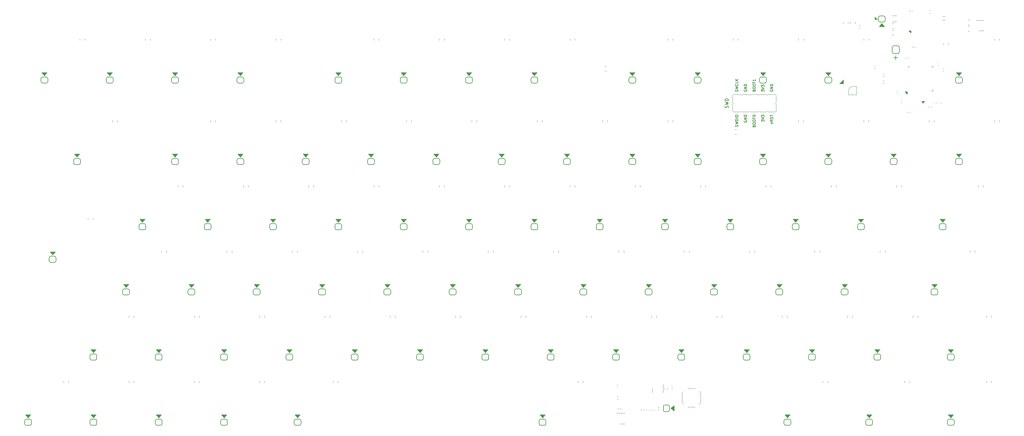
<source format=gbr>
%TF.GenerationSoftware,KiCad,Pcbnew,(6.0.2)*%
%TF.CreationDate,2022-03-05T21:23:45-03:00*%
%TF.ProjectId,BareDevRev2,42617265-4465-4765-9265-76322e6b6963,V1.1.0*%
%TF.SameCoordinates,Original*%
%TF.FileFunction,Legend,Top*%
%TF.FilePolarity,Positive*%
%FSLAX46Y46*%
G04 Gerber Fmt 4.6, Leading zero omitted, Abs format (unit mm)*
G04 Created by KiCad (PCBNEW (6.0.2)) date 2022-03-05 21:23:45*
%MOMM*%
%LPD*%
G01*
G04 APERTURE LIST*
%ADD10C,0.160000*%
%ADD11C,0.200000*%
%ADD12C,0.150000*%
%ADD13C,0.100000*%
%ADD14C,0.120000*%
G04 APERTURE END LIST*
D10*
X248905840Y-68125900D02*
X249439173Y-68125900D01*
X248982030Y-68125900D02*
X248943935Y-68087805D01*
X248905840Y-68011615D01*
X248905840Y-67897329D01*
X248943935Y-67821139D01*
X249020126Y-67783043D01*
X249439173Y-67783043D01*
X249439173Y-66944948D02*
X249058221Y-67211615D01*
X249439173Y-67402091D02*
X248639173Y-67402091D01*
X248639173Y-67097329D01*
X248677269Y-67021139D01*
X248715364Y-66983043D01*
X248791554Y-66944948D01*
X248905840Y-66944948D01*
X248982030Y-66983043D01*
X249020126Y-67021139D01*
X249058221Y-67097329D01*
X249058221Y-67402091D01*
X249401078Y-66640186D02*
X249439173Y-66525900D01*
X249439173Y-66335424D01*
X249401078Y-66259234D01*
X249362983Y-66221139D01*
X249286792Y-66183043D01*
X249210602Y-66183043D01*
X249134411Y-66221139D01*
X249096316Y-66259234D01*
X249058221Y-66335424D01*
X249020126Y-66487805D01*
X248982030Y-66563996D01*
X248943935Y-66602091D01*
X248867745Y-66640186D01*
X248791554Y-66640186D01*
X248715364Y-66602091D01*
X248677269Y-66563996D01*
X248639173Y-66487805D01*
X248639173Y-66297329D01*
X248677269Y-66183043D01*
X248639173Y-65954472D02*
X248639173Y-65497329D01*
X249439173Y-65725900D02*
X248639173Y-65725900D01*
X246099174Y-58748853D02*
X246099174Y-58253615D01*
X246403936Y-58520281D01*
X246403936Y-58405996D01*
X246442031Y-58329805D01*
X246480127Y-58291710D01*
X246556317Y-58253615D01*
X246746793Y-58253615D01*
X246822984Y-58291710D01*
X246861079Y-58329805D01*
X246899174Y-58405996D01*
X246899174Y-58634567D01*
X246861079Y-58710758D01*
X246822984Y-58748853D01*
X246099174Y-58025043D02*
X246899174Y-57758377D01*
X246099174Y-57491710D01*
X246099174Y-57301234D02*
X246099174Y-56805996D01*
X246403936Y-57072662D01*
X246403936Y-56958377D01*
X246442031Y-56882186D01*
X246480127Y-56844091D01*
X246556317Y-56805996D01*
X246746793Y-56805996D01*
X246822984Y-56844091D01*
X246861079Y-56882186D01*
X246899174Y-56958377D01*
X246899174Y-57186948D01*
X246861079Y-57263139D01*
X246822984Y-57301234D01*
D11*
X236402031Y-63499281D02*
X236449650Y-63356424D01*
X236449650Y-63118329D01*
X236402031Y-63023091D01*
X236354412Y-62975472D01*
X236259174Y-62927853D01*
X236163936Y-62927853D01*
X236068698Y-62975472D01*
X236021079Y-63023091D01*
X235973460Y-63118329D01*
X235925841Y-63308805D01*
X235878222Y-63404043D01*
X235830603Y-63451662D01*
X235735365Y-63499281D01*
X235640127Y-63499281D01*
X235544889Y-63451662D01*
X235497270Y-63404043D01*
X235449650Y-63308805D01*
X235449650Y-63070710D01*
X235497270Y-62927853D01*
X235449650Y-62594519D02*
X236449650Y-62356424D01*
X235735365Y-62165948D01*
X236449650Y-61975472D01*
X235449650Y-61737377D01*
X236449650Y-61356424D02*
X235449650Y-61356424D01*
X235449650Y-61118329D01*
X235497270Y-60975472D01*
X235592508Y-60880234D01*
X235687746Y-60832615D01*
X235878222Y-60784996D01*
X236021079Y-60784996D01*
X236211555Y-60832615D01*
X236306793Y-60880234D01*
X236402031Y-60975472D01*
X236449650Y-61118329D01*
X236449650Y-61356424D01*
D10*
X241057270Y-58253615D02*
X241019174Y-58329805D01*
X241019174Y-58444091D01*
X241057270Y-58558377D01*
X241133460Y-58634567D01*
X241209650Y-58672662D01*
X241362031Y-58710758D01*
X241476317Y-58710758D01*
X241628698Y-58672662D01*
X241704889Y-58634567D01*
X241781079Y-58558377D01*
X241819174Y-58444091D01*
X241819174Y-58367900D01*
X241781079Y-58253615D01*
X241742984Y-58215519D01*
X241476317Y-58215519D01*
X241476317Y-58367900D01*
X241819174Y-57872662D02*
X241019174Y-57872662D01*
X241819174Y-57415519D01*
X241019174Y-57415519D01*
X241819174Y-57034567D02*
X241019174Y-57034567D01*
X241019174Y-56844091D01*
X241057270Y-56729805D01*
X241133460Y-56653615D01*
X241209650Y-56615519D01*
X241362031Y-56577424D01*
X241476317Y-56577424D01*
X241628698Y-56615519D01*
X241704889Y-56653615D01*
X241781079Y-56729805D01*
X241819174Y-56844091D01*
X241819174Y-57034567D01*
X241057270Y-67249710D02*
X241019174Y-67325900D01*
X241019174Y-67440186D01*
X241057270Y-67554472D01*
X241133460Y-67630662D01*
X241209650Y-67668758D01*
X241362031Y-67706853D01*
X241476317Y-67706853D01*
X241628698Y-67668758D01*
X241704889Y-67630662D01*
X241781079Y-67554472D01*
X241819174Y-67440186D01*
X241819174Y-67363996D01*
X241781079Y-67249710D01*
X241742984Y-67211615D01*
X241476317Y-67211615D01*
X241476317Y-67363996D01*
X241819174Y-66868758D02*
X241019174Y-66868758D01*
X241819174Y-66411615D01*
X241019174Y-66411615D01*
X241819174Y-66030662D02*
X241019174Y-66030662D01*
X241019174Y-65840186D01*
X241057270Y-65725900D01*
X241133460Y-65649710D01*
X241209650Y-65611615D01*
X241362031Y-65573519D01*
X241476317Y-65573519D01*
X241628698Y-65611615D01*
X241704889Y-65649710D01*
X241781079Y-65725900D01*
X241819174Y-65840186D01*
X241819174Y-66030662D01*
X239241080Y-68963996D02*
X239279175Y-68849710D01*
X239279175Y-68659234D01*
X239241080Y-68583043D01*
X239202985Y-68544948D01*
X239126794Y-68506853D01*
X239050604Y-68506853D01*
X238974413Y-68544948D01*
X238936318Y-68583043D01*
X238898223Y-68659234D01*
X238860128Y-68811615D01*
X238822032Y-68887805D01*
X238783937Y-68925900D01*
X238707747Y-68963996D01*
X238631556Y-68963996D01*
X238555366Y-68925900D01*
X238517271Y-68887805D01*
X238479175Y-68811615D01*
X238479175Y-68621139D01*
X238517271Y-68506853D01*
X238479175Y-68240186D02*
X239279175Y-68049710D01*
X238707747Y-67897329D01*
X239279175Y-67744948D01*
X238479175Y-67554472D01*
X239279175Y-67249710D02*
X238479175Y-67249710D01*
X238479175Y-67059234D01*
X238517271Y-66944948D01*
X238593461Y-66868758D01*
X238669651Y-66830662D01*
X238822032Y-66792567D01*
X238936318Y-66792567D01*
X239088699Y-66830662D01*
X239164890Y-66868758D01*
X239241080Y-66944948D01*
X239279175Y-67059234D01*
X239279175Y-67249710D01*
X239279175Y-66449710D02*
X238479175Y-66449710D01*
X238479175Y-65916377D02*
X238479175Y-65763996D01*
X238517271Y-65687805D01*
X238593461Y-65611615D01*
X238745842Y-65573519D01*
X239012509Y-65573519D01*
X239164890Y-65611615D01*
X239241080Y-65687805D01*
X239279175Y-65763996D01*
X239279175Y-65916377D01*
X239241080Y-65992567D01*
X239164890Y-66068758D01*
X239012509Y-66106853D01*
X238745842Y-66106853D01*
X238593461Y-66068758D01*
X238517271Y-65992567D01*
X238479175Y-65916377D01*
X248677269Y-58253615D02*
X248639173Y-58329805D01*
X248639173Y-58444091D01*
X248677269Y-58558377D01*
X248753459Y-58634567D01*
X248829649Y-58672662D01*
X248982030Y-58710758D01*
X249096316Y-58710758D01*
X249248697Y-58672662D01*
X249324888Y-58634567D01*
X249401078Y-58558377D01*
X249439173Y-58444091D01*
X249439173Y-58367900D01*
X249401078Y-58253615D01*
X249362983Y-58215519D01*
X249096316Y-58215519D01*
X249096316Y-58367900D01*
X249439173Y-57872662D02*
X248639173Y-57872662D01*
X249439173Y-57415519D01*
X248639173Y-57415519D01*
X249439173Y-57034567D02*
X248639173Y-57034567D01*
X248639173Y-56844091D01*
X248677269Y-56729805D01*
X248753459Y-56653615D01*
X248829649Y-56615519D01*
X248982030Y-56577424D01*
X249096316Y-56577424D01*
X249248697Y-56615519D01*
X249324888Y-56653615D01*
X249401078Y-56729805D01*
X249439173Y-56844091D01*
X249439173Y-57034567D01*
X243940127Y-68811615D02*
X243978222Y-68697329D01*
X244016317Y-68659234D01*
X244092508Y-68621139D01*
X244206793Y-68621139D01*
X244282984Y-68659234D01*
X244321079Y-68697329D01*
X244359174Y-68773519D01*
X244359174Y-69078281D01*
X243559174Y-69078281D01*
X243559174Y-68811615D01*
X243597270Y-68735424D01*
X243635365Y-68697329D01*
X243711555Y-68659234D01*
X243787746Y-68659234D01*
X243863936Y-68697329D01*
X243902031Y-68735424D01*
X243940127Y-68811615D01*
X243940127Y-69078281D01*
X243559174Y-68125900D02*
X243559174Y-67973519D01*
X243597270Y-67897329D01*
X243673460Y-67821139D01*
X243825841Y-67783043D01*
X244092508Y-67783043D01*
X244244889Y-67821139D01*
X244321079Y-67897329D01*
X244359174Y-67973519D01*
X244359174Y-68125900D01*
X244321079Y-68202091D01*
X244244889Y-68278281D01*
X244092508Y-68316377D01*
X243825841Y-68316377D01*
X243673460Y-68278281D01*
X243597270Y-68202091D01*
X243559174Y-68125900D01*
X243559174Y-67287805D02*
X243559174Y-67135424D01*
X243597270Y-67059234D01*
X243673460Y-66983043D01*
X243825841Y-66944948D01*
X244092508Y-66944948D01*
X244244889Y-66983043D01*
X244321079Y-67059234D01*
X244359174Y-67135424D01*
X244359174Y-67287805D01*
X244321079Y-67363996D01*
X244244889Y-67440186D01*
X244092508Y-67478281D01*
X243825841Y-67478281D01*
X243673460Y-67440186D01*
X243597270Y-67363996D01*
X243559174Y-67287805D01*
X243559174Y-66716377D02*
X243559174Y-66259234D01*
X244359174Y-66487805D02*
X243559174Y-66487805D01*
X243559174Y-65840186D02*
X243559174Y-65763996D01*
X243597270Y-65687805D01*
X243635365Y-65649710D01*
X243711555Y-65611615D01*
X243863936Y-65573519D01*
X244054412Y-65573519D01*
X244206793Y-65611615D01*
X244282984Y-65649710D01*
X244321079Y-65687805D01*
X244359174Y-65763996D01*
X244359174Y-65840186D01*
X244321079Y-65916377D01*
X244282984Y-65954472D01*
X244206793Y-65992567D01*
X244054412Y-66030662D01*
X243863936Y-66030662D01*
X243711555Y-65992567D01*
X243635365Y-65954472D01*
X243597270Y-65916377D01*
X243559174Y-65840186D01*
X246099174Y-67516377D02*
X246099174Y-67021139D01*
X246403936Y-67287805D01*
X246403936Y-67173519D01*
X246442031Y-67097329D01*
X246480127Y-67059234D01*
X246556317Y-67021139D01*
X246746793Y-67021139D01*
X246822984Y-67059234D01*
X246861079Y-67097329D01*
X246899174Y-67173519D01*
X246899174Y-67402091D01*
X246861079Y-67478281D01*
X246822984Y-67516377D01*
X246099174Y-66792567D02*
X246899174Y-66525900D01*
X246099174Y-66259234D01*
X246099174Y-66068758D02*
X246099174Y-65573519D01*
X246403936Y-65840186D01*
X246403936Y-65725900D01*
X246442031Y-65649710D01*
X246480127Y-65611615D01*
X246556317Y-65573519D01*
X246746793Y-65573519D01*
X246822984Y-65611615D01*
X246861079Y-65649710D01*
X246899174Y-65725900D01*
X246899174Y-65954472D01*
X246861079Y-66030662D01*
X246822984Y-66068758D01*
X243940127Y-58405996D02*
X243978222Y-58291710D01*
X244016317Y-58253615D01*
X244092508Y-58215519D01*
X244206793Y-58215519D01*
X244282984Y-58253615D01*
X244321079Y-58291710D01*
X244359174Y-58367900D01*
X244359174Y-58672662D01*
X243559174Y-58672662D01*
X243559174Y-58405996D01*
X243597270Y-58329805D01*
X243635365Y-58291710D01*
X243711555Y-58253615D01*
X243787746Y-58253615D01*
X243863936Y-58291710D01*
X243902031Y-58329805D01*
X243940127Y-58405996D01*
X243940127Y-58672662D01*
X243559174Y-57720281D02*
X243559174Y-57567900D01*
X243597270Y-57491710D01*
X243673460Y-57415519D01*
X243825841Y-57377424D01*
X244092508Y-57377424D01*
X244244889Y-57415519D01*
X244321079Y-57491710D01*
X244359174Y-57567900D01*
X244359174Y-57720281D01*
X244321079Y-57796472D01*
X244244889Y-57872662D01*
X244092508Y-57910758D01*
X243825841Y-57910758D01*
X243673460Y-57872662D01*
X243597270Y-57796472D01*
X243559174Y-57720281D01*
X243559174Y-56882186D02*
X243559174Y-56729805D01*
X243597270Y-56653615D01*
X243673460Y-56577424D01*
X243825841Y-56539329D01*
X244092508Y-56539329D01*
X244244889Y-56577424D01*
X244321079Y-56653615D01*
X244359174Y-56729805D01*
X244359174Y-56882186D01*
X244321079Y-56958377D01*
X244244889Y-57034567D01*
X244092508Y-57072662D01*
X243825841Y-57072662D01*
X243673460Y-57034567D01*
X243597270Y-56958377D01*
X243559174Y-56882186D01*
X243559174Y-56310758D02*
X243559174Y-55853615D01*
X244359174Y-56082186D02*
X243559174Y-56082186D01*
X244359174Y-55167900D02*
X244359174Y-55625043D01*
X244359174Y-55396472D02*
X243559174Y-55396472D01*
X243673460Y-55472662D01*
X243749650Y-55548853D01*
X243787746Y-55625043D01*
X239241080Y-58710758D02*
X239279175Y-58596472D01*
X239279175Y-58405996D01*
X239241080Y-58329805D01*
X239202985Y-58291710D01*
X239126794Y-58253615D01*
X239050604Y-58253615D01*
X238974413Y-58291710D01*
X238936318Y-58329805D01*
X238898223Y-58405996D01*
X238860128Y-58558377D01*
X238822032Y-58634567D01*
X238783937Y-58672662D01*
X238707747Y-58710758D01*
X238631556Y-58710758D01*
X238555366Y-58672662D01*
X238517271Y-58634567D01*
X238479175Y-58558377D01*
X238479175Y-58367900D01*
X238517271Y-58253615D01*
X238479175Y-57986948D02*
X239279175Y-57796472D01*
X238707747Y-57644091D01*
X239279175Y-57491710D01*
X238479175Y-57301234D01*
X239202985Y-56539329D02*
X239241080Y-56577424D01*
X239279175Y-56691710D01*
X239279175Y-56767900D01*
X239241080Y-56882186D01*
X239164890Y-56958377D01*
X239088699Y-56996472D01*
X238936318Y-57034567D01*
X238822032Y-57034567D01*
X238669651Y-56996472D01*
X238593461Y-56958377D01*
X238517271Y-56882186D01*
X238479175Y-56767900D01*
X238479175Y-56691710D01*
X238517271Y-56577424D01*
X238555366Y-56539329D01*
X239279175Y-55815519D02*
X239279175Y-56196472D01*
X238479175Y-56196472D01*
X239279175Y-55548853D02*
X238479175Y-55548853D01*
X239279175Y-55091710D02*
X238822032Y-55434567D01*
X238479175Y-55091710D02*
X238936318Y-55548853D01*
D12*
%TO.C,D_162*%
X164576012Y-136727500D02*
X164576012Y-135927500D01*
X166576012Y-135927500D02*
X166576012Y-136727500D01*
X165076012Y-135427500D02*
X166076012Y-135427500D01*
X165076012Y-137227500D02*
X166076012Y-137227500D01*
X165076012Y-135427500D02*
G75*
G03*
X164576012Y-135927500I1J-500001D01*
G01*
X166076012Y-137227500D02*
G75*
G03*
X166576012Y-136727500I-1J500001D01*
G01*
X166576012Y-135927500D02*
G75*
G03*
X166076012Y-135427500I-500001J-1D01*
G01*
X164576012Y-136727500D02*
G75*
G03*
X165076012Y-137227500I500001J1D01*
G01*
D13*
X165576012Y-135077500D02*
X164776012Y-134077500D01*
X164776012Y-134077500D02*
X166376012Y-134077500D01*
X166376012Y-134077500D02*
X165576012Y-135077500D01*
G36*
X165576012Y-135077500D02*
G01*
X164776012Y-134077500D01*
X166376012Y-134077500D01*
X165576012Y-135077500D01*
G37*
X165576012Y-135077500D02*
X164776012Y-134077500D01*
X166376012Y-134077500D01*
X165576012Y-135077500D01*
D14*
%TO.C,U1*%
X271394447Y-59631502D02*
X271394447Y-58031502D01*
X273794447Y-57231502D02*
X273794447Y-59631502D01*
X271394447Y-58031502D02*
X272194447Y-57231502D01*
X273794447Y-59631502D02*
X271394447Y-59631502D01*
X272194447Y-57231502D02*
X273794447Y-57231502D01*
X269994447Y-56431502D02*
X268794447Y-56431502D01*
X268794447Y-56431502D02*
X269994447Y-55231502D01*
X269994447Y-55231502D02*
X269994447Y-56431502D01*
G36*
X269994447Y-56431502D02*
G01*
X268794447Y-56431502D01*
X269994447Y-55231502D01*
X269994447Y-56431502D01*
G37*
X269994447Y-56431502D02*
X268794447Y-56431502D01*
X269994447Y-55231502D01*
X269994447Y-56431502D01*
D12*
%TO.C,D_148*%
X176101012Y-116877500D02*
X176101012Y-117677500D01*
X174101012Y-117677500D02*
X174101012Y-116877500D01*
X174601012Y-116377500D02*
X175601012Y-116377500D01*
X174601012Y-118177500D02*
X175601012Y-118177500D01*
X174601012Y-116377500D02*
G75*
G03*
X174101012Y-116877500I1J-500001D01*
G01*
X176101012Y-116877500D02*
G75*
G03*
X175601012Y-116377500I-500001J-1D01*
G01*
X174101012Y-117677500D02*
G75*
G03*
X174601012Y-118177500I500001J1D01*
G01*
X175601012Y-118177500D02*
G75*
G03*
X176101012Y-117677500I-1J500001D01*
G01*
D13*
X175101012Y-116027500D02*
X174301012Y-115027500D01*
X174301012Y-115027500D02*
X175901012Y-115027500D01*
X175901012Y-115027500D02*
X175101012Y-116027500D01*
G36*
X175101012Y-116027500D02*
G01*
X174301012Y-115027500D01*
X175901012Y-115027500D01*
X175101012Y-116027500D01*
G37*
X175101012Y-116027500D02*
X174301012Y-115027500D01*
X175901012Y-115027500D01*
X175101012Y-116027500D01*
D12*
%TO.C,D_130*%
X255063512Y-98627500D02*
X255063512Y-97827500D01*
X255563512Y-97327500D02*
X256563512Y-97327500D01*
X255563512Y-99127500D02*
X256563512Y-99127500D01*
X257063512Y-97827500D02*
X257063512Y-98627500D01*
X256563512Y-99127500D02*
G75*
G03*
X257063512Y-98627500I-1J500001D01*
G01*
X255563512Y-97327500D02*
G75*
G03*
X255063512Y-97827500I1J-500001D01*
G01*
X257063512Y-97827500D02*
G75*
G03*
X256563512Y-97327500I-500001J-1D01*
G01*
X255063512Y-98627500D02*
G75*
G03*
X255563512Y-99127500I500001J1D01*
G01*
D13*
X256063512Y-96977500D02*
X255263512Y-95977500D01*
X255263512Y-95977500D02*
X256863512Y-95977500D01*
X256863512Y-95977500D02*
X256063512Y-96977500D01*
G36*
X256063512Y-96977500D02*
G01*
X255263512Y-95977500D01*
X256863512Y-95977500D01*
X256063512Y-96977500D01*
G37*
X256063512Y-96977500D02*
X255263512Y-95977500D01*
X256863512Y-95977500D01*
X256063512Y-96977500D01*
D14*
%TO.C,R148*%
X186916012Y-105218436D02*
X186916012Y-105672564D01*
X185446012Y-105218436D02*
X185446012Y-105672564D01*
%TO.C,R303*%
X211781862Y-151926849D02*
X211781862Y-151619567D01*
X211021862Y-151926849D02*
X211021862Y-151619567D01*
%TO.C,R165*%
X120241012Y-124268436D02*
X120241012Y-124722564D01*
X118771012Y-124268436D02*
X118771012Y-124722564D01*
%TO.C,R108*%
X152108512Y-43305936D02*
X152108512Y-43760064D01*
X153578512Y-43305936D02*
X153578512Y-43760064D01*
%TO.C,C9*%
X289408512Y-64678280D02*
X289408512Y-64893952D01*
X288688512Y-64678280D02*
X288688512Y-64893952D01*
%TO.C,R166*%
X99721012Y-124268436D02*
X99721012Y-124722564D01*
X101191012Y-124268436D02*
X101191012Y-124722564D01*
D12*
%TO.C,D_171*%
X253182262Y-156277500D02*
X254182262Y-156277500D01*
X254682262Y-154977500D02*
X254682262Y-155777500D01*
X253182262Y-154477500D02*
X254182262Y-154477500D01*
X252682262Y-155777500D02*
X252682262Y-154977500D01*
X253182262Y-154477500D02*
G75*
G03*
X252682262Y-154977500I1J-500001D01*
G01*
X254182262Y-156277500D02*
G75*
G03*
X254682262Y-155777500I-1J500001D01*
G01*
X254682262Y-154977500D02*
G75*
G03*
X254182262Y-154477500I-500001J-1D01*
G01*
X252682262Y-155777500D02*
G75*
G03*
X253182262Y-156277500I500001J1D01*
G01*
D13*
X253682262Y-154127500D02*
X252882262Y-153127500D01*
X252882262Y-153127500D02*
X254482262Y-153127500D01*
X254482262Y-153127500D02*
X253682262Y-154127500D01*
G36*
X253682262Y-154127500D02*
G01*
X252882262Y-153127500D01*
X254482262Y-153127500D01*
X253682262Y-154127500D01*
G37*
X253682262Y-154127500D02*
X252882262Y-153127500D01*
X254482262Y-153127500D01*
X253682262Y-154127500D01*
D14*
%TO.C,R107*%
X172628512Y-43305936D02*
X172628512Y-43760064D01*
X171158512Y-43305936D02*
X171158512Y-43760064D01*
%TO.C,R110*%
X105953512Y-43305936D02*
X105953512Y-43760064D01*
X104483512Y-43305936D02*
X104483512Y-43760064D01*
D12*
%TO.C,D_114*%
X303188512Y-80077500D02*
X304188512Y-80077500D01*
X304688512Y-78777500D02*
X304688512Y-79577500D01*
X302688512Y-79577500D02*
X302688512Y-78777500D01*
X303188512Y-78277500D02*
X304188512Y-78277500D01*
X304188512Y-80077500D02*
G75*
G03*
X304688512Y-79577500I-1J500001D01*
G01*
X303188512Y-78277500D02*
G75*
G03*
X302688512Y-78777500I1J-500001D01*
G01*
X304688512Y-78777500D02*
G75*
G03*
X304188512Y-78277500I-500001J-1D01*
G01*
X302688512Y-79577500D02*
G75*
G03*
X303188512Y-80077500I500001J1D01*
G01*
D13*
X303688512Y-77927500D02*
X302888512Y-76927500D01*
X302888512Y-76927500D02*
X304488512Y-76927500D01*
X304488512Y-76927500D02*
X303688512Y-77927500D01*
G36*
X303688512Y-77927500D02*
G01*
X302888512Y-76927500D01*
X304488512Y-76927500D01*
X303688512Y-77927500D01*
G37*
X303688512Y-77927500D02*
X302888512Y-76927500D01*
X304488512Y-76927500D01*
X303688512Y-77927500D01*
D12*
%TO.C,D_116*%
X264588512Y-79577500D02*
X264588512Y-78777500D01*
X265088512Y-78277500D02*
X266088512Y-78277500D01*
X265088512Y-80077500D02*
X266088512Y-80077500D01*
X266588512Y-78777500D02*
X266588512Y-79577500D01*
X265088512Y-78277500D02*
G75*
G03*
X264588512Y-78777500I1J-500001D01*
G01*
X266588512Y-78777500D02*
G75*
G03*
X266088512Y-78277500I-500001J-1D01*
G01*
X266088512Y-80077500D02*
G75*
G03*
X266588512Y-79577500I-1J500001D01*
G01*
X264588512Y-79577500D02*
G75*
G03*
X265088512Y-80077500I500001J1D01*
G01*
D13*
X265588512Y-77927500D02*
X264788512Y-76927500D01*
X264788512Y-76927500D02*
X266388512Y-76927500D01*
X266388512Y-76927500D02*
X265588512Y-77927500D01*
G36*
X265588512Y-77927500D02*
G01*
X264788512Y-76927500D01*
X266388512Y-76927500D01*
X265588512Y-77927500D01*
G37*
X265588512Y-77927500D02*
X264788512Y-76927500D01*
X266388512Y-76927500D01*
X265588512Y-77927500D01*
D14*
%TO.C,R7*%
X200376448Y-52727200D02*
X200830576Y-52727200D01*
X200376448Y-51257200D02*
X200830576Y-51257200D01*
%TO.C,R157*%
X272641012Y-124268436D02*
X272641012Y-124722564D01*
X271171012Y-124268436D02*
X271171012Y-124722564D01*
%TO.C,C11*%
X299206376Y-52026117D02*
X298990704Y-52026117D01*
X299206376Y-52746117D02*
X298990704Y-52746117D01*
D12*
%TO.C,D_177*%
X31726012Y-156277500D02*
X32726012Y-156277500D01*
X31726012Y-154477500D02*
X32726012Y-154477500D01*
X31226012Y-155777500D02*
X31226012Y-154977500D01*
X33226012Y-154977500D02*
X33226012Y-155777500D01*
X33226012Y-154977500D02*
G75*
G03*
X32726012Y-154477500I-500001J-1D01*
G01*
X31226012Y-155777500D02*
G75*
G03*
X31726012Y-156277500I500001J1D01*
G01*
X32726012Y-156277500D02*
G75*
G03*
X33226012Y-155777500I-1J500001D01*
G01*
X31726012Y-154477500D02*
G75*
G03*
X31226012Y-154977500I1J-500001D01*
G01*
D13*
X32226012Y-154127500D02*
X31426012Y-153127500D01*
X31426012Y-153127500D02*
X33026012Y-153127500D01*
X33026012Y-153127500D02*
X32226012Y-154127500D01*
G36*
X32226012Y-154127500D02*
G01*
X31426012Y-153127500D01*
X33026012Y-153127500D01*
X32226012Y-154127500D01*
G37*
X32226012Y-154127500D02*
X31426012Y-153127500D01*
X33026012Y-153127500D01*
X32226012Y-154127500D01*
D14*
%TO.C,C1*%
X279206376Y-51226117D02*
X278990704Y-51226117D01*
X279206376Y-51946117D02*
X278990704Y-51946117D01*
%TO.C,R126*%
X85433512Y-67118436D02*
X85433512Y-67572564D01*
X86903512Y-67118436D02*
X86903512Y-67572564D01*
%TO.C,R307*%
X217869376Y-145756849D02*
X217869376Y-145449567D01*
X218629376Y-145756849D02*
X218629376Y-145449567D01*
D12*
%TO.C,D_142*%
X297544762Y-116877500D02*
X297544762Y-117677500D01*
X295544762Y-117677500D02*
X295544762Y-116877500D01*
X296044762Y-116377500D02*
X297044762Y-116377500D01*
X296044762Y-118177500D02*
X297044762Y-118177500D01*
X295544762Y-117677500D02*
G75*
G03*
X296044762Y-118177500I500001J1D01*
G01*
X297044762Y-118177500D02*
G75*
G03*
X297544762Y-117677500I-1J500001D01*
G01*
X296044762Y-116377500D02*
G75*
G03*
X295544762Y-116877500I1J-500001D01*
G01*
X297544762Y-116877500D02*
G75*
G03*
X297044762Y-116377500I-500001J-1D01*
G01*
D13*
X296544762Y-116027500D02*
X295744762Y-115027500D01*
X295744762Y-115027500D02*
X297344762Y-115027500D01*
X297344762Y-115027500D02*
X296544762Y-116027500D01*
G36*
X296544762Y-116027500D02*
G01*
X295744762Y-115027500D01*
X297344762Y-115027500D01*
X296544762Y-116027500D01*
G37*
X296544762Y-116027500D02*
X295744762Y-115027500D01*
X297344762Y-115027500D01*
X296544762Y-116027500D01*
D14*
%TO.C,Q302*%
X217425896Y-146030708D02*
X217425896Y-144355708D01*
X214305896Y-146030708D02*
X214305896Y-146680708D01*
X214305896Y-146030708D02*
X214305896Y-145380708D01*
X217425896Y-146030708D02*
X217425896Y-146680708D01*
%TO.C,U2*%
X296058512Y-51801116D02*
X296058512Y-51326116D01*
X296058512Y-58546116D02*
X295583512Y-58546116D01*
X288838512Y-51801116D02*
X288838512Y-51326116D01*
X296058512Y-58071116D02*
X296058512Y-58546116D01*
X296058512Y-51326116D02*
X295583512Y-51326116D01*
X288838512Y-51326116D02*
X289313512Y-51326116D01*
X288648512Y-58736116D02*
X288648512Y-59536116D01*
X288648512Y-59536116D02*
X287848512Y-58736116D01*
X287848512Y-58736116D02*
X288648512Y-58736116D01*
G36*
X288648512Y-59536116D02*
G01*
X287848512Y-58736116D01*
X288648512Y-58736116D01*
X288648512Y-59536116D01*
G37*
X288648512Y-59536116D02*
X287848512Y-58736116D01*
X288648512Y-58736116D01*
X288648512Y-59536116D01*
%TO.C,R109*%
X134528512Y-43305936D02*
X134528512Y-43760064D01*
X133058512Y-43305936D02*
X133058512Y-43760064D01*
D12*
%TO.C,D_118*%
X228488512Y-78777500D02*
X228488512Y-79577500D01*
X226988512Y-80077500D02*
X227988512Y-80077500D01*
X226988512Y-78277500D02*
X227988512Y-78277500D01*
X226488512Y-79577500D02*
X226488512Y-78777500D01*
X227988512Y-80077500D02*
G75*
G03*
X228488512Y-79577500I-1J500001D01*
G01*
X226488512Y-79577500D02*
G75*
G03*
X226988512Y-80077500I500001J1D01*
G01*
X228488512Y-78777500D02*
G75*
G03*
X227988512Y-78277500I-500001J-1D01*
G01*
X226988512Y-78277500D02*
G75*
G03*
X226488512Y-78777500I1J-500001D01*
G01*
D13*
X227488512Y-77927500D02*
X226688512Y-76927500D01*
X226688512Y-76927500D02*
X228288512Y-76927500D01*
X228288512Y-76927500D02*
X227488512Y-77927500D01*
G36*
X227488512Y-77927500D02*
G01*
X226688512Y-76927500D01*
X228288512Y-76927500D01*
X227488512Y-77927500D01*
G37*
X227488512Y-77927500D02*
X226688512Y-76927500D01*
X228288512Y-76927500D01*
X227488512Y-77927500D01*
D14*
%TO.C,C301*%
X212548809Y-151665372D02*
X212548809Y-151881044D01*
X213268809Y-151665372D02*
X213268809Y-151881044D01*
%TO.C,SW301*%
X224618497Y-145473208D02*
X226698497Y-145473208D01*
X224618497Y-150913208D02*
X226698497Y-150913208D01*
X228378497Y-146743208D02*
X227888497Y-146253208D01*
X222938497Y-149643208D02*
X223428497Y-150133208D01*
X222938497Y-146743208D02*
X223428497Y-146253208D01*
X228378497Y-149643208D02*
X227888497Y-150133208D01*
X228378497Y-146743208D02*
X228378497Y-149643208D01*
X222938497Y-146743208D02*
X222938497Y-149643208D01*
%TO.C,R103*%
X256888512Y-43305936D02*
X256888512Y-43760064D01*
X258358512Y-43305936D02*
X258358512Y-43760064D01*
D12*
%TO.C,D301*%
X217963968Y-150293208D02*
X218763968Y-150293208D01*
X217463968Y-150793208D02*
X217463968Y-151793208D01*
X219263968Y-150793208D02*
X219263968Y-151793208D01*
X218763968Y-152293208D02*
X217963968Y-152293208D01*
X219263968Y-150793208D02*
G75*
G03*
X218763968Y-150293208I-500001J-1D01*
G01*
X218763968Y-152293208D02*
G75*
G03*
X219263968Y-151793208I-1J500001D01*
G01*
X217963968Y-150293208D02*
G75*
G03*
X217463968Y-150793208I1J-500001D01*
G01*
X217463968Y-151793208D02*
G75*
G03*
X217963968Y-152293208I500001J1D01*
G01*
D13*
X219613968Y-151293208D02*
X220613968Y-150493208D01*
X220613968Y-150493208D02*
X220613968Y-152093208D01*
X220613968Y-152093208D02*
X219613968Y-151293208D01*
G36*
X220613968Y-152093208D02*
G01*
X219613968Y-151293208D01*
X220613968Y-150493208D01*
X220613968Y-152093208D01*
G37*
X220613968Y-152093208D02*
X219613968Y-151293208D01*
X220613968Y-150493208D01*
X220613968Y-152093208D01*
D14*
%TO.C,R101*%
X315502882Y-43305876D02*
X315502882Y-43760004D01*
X314032882Y-43305876D02*
X314032882Y-43760004D01*
%TO.C,R177*%
X44041012Y-143318436D02*
X44041012Y-143772564D01*
X42571012Y-143318436D02*
X42571012Y-143772564D01*
D12*
%TO.C,D_123*%
X131238512Y-79577500D02*
X131238512Y-78777500D01*
X131738512Y-78277500D02*
X132738512Y-78277500D01*
X133238512Y-78777500D02*
X133238512Y-79577500D01*
X131738512Y-80077500D02*
X132738512Y-80077500D01*
X132738512Y-80077500D02*
G75*
G03*
X133238512Y-79577500I-1J500001D01*
G01*
X131238512Y-79577500D02*
G75*
G03*
X131738512Y-80077500I500001J1D01*
G01*
X131738512Y-78277500D02*
G75*
G03*
X131238512Y-78777500I1J-500001D01*
G01*
X133238512Y-78777500D02*
G75*
G03*
X132738512Y-78277500I-500001J-1D01*
G01*
D13*
X132238512Y-77927500D02*
X131438512Y-76927500D01*
X131438512Y-76927500D02*
X133038512Y-76927500D01*
X133038512Y-76927500D02*
X132238512Y-77927500D01*
G36*
X132238512Y-77927500D02*
G01*
X131438512Y-76927500D01*
X133038512Y-76927500D01*
X132238512Y-77927500D01*
G37*
X132238512Y-77927500D02*
X131438512Y-76927500D01*
X133038512Y-76927500D01*
X132238512Y-77927500D01*
D12*
%TO.C,D_176*%
X50276012Y-155777500D02*
X50276012Y-154977500D01*
X50776012Y-154477500D02*
X51776012Y-154477500D01*
X50776012Y-156277500D02*
X51776012Y-156277500D01*
X52276012Y-154977500D02*
X52276012Y-155777500D01*
X51776012Y-156277500D02*
G75*
G03*
X52276012Y-155777500I-1J500001D01*
G01*
X50276012Y-155777500D02*
G75*
G03*
X50776012Y-156277500I500001J1D01*
G01*
X52276012Y-154977500D02*
G75*
G03*
X51776012Y-154477500I-500001J-1D01*
G01*
X50776012Y-154477500D02*
G75*
G03*
X50276012Y-154977500I1J-500001D01*
G01*
D13*
X51276012Y-154127500D02*
X50476012Y-153127500D01*
X50476012Y-153127500D02*
X52076012Y-153127500D01*
X52076012Y-153127500D02*
X51276012Y-154127500D01*
G36*
X51276012Y-154127500D02*
G01*
X50476012Y-153127500D01*
X52076012Y-153127500D01*
X51276012Y-154127500D01*
G37*
X51276012Y-154127500D02*
X50476012Y-153127500D01*
X52076012Y-153127500D01*
X51276012Y-154127500D01*
D14*
%TO.C,R301*%
X215886148Y-151673208D02*
X216193430Y-151673208D01*
X215886148Y-150913208D02*
X216193430Y-150913208D01*
%TO.C,R129*%
X285458512Y-86168436D02*
X285458512Y-86622564D01*
X286928512Y-86168436D02*
X286928512Y-86622564D01*
D12*
%TO.C,D_121*%
X171338512Y-78777500D02*
X171338512Y-79577500D01*
X169838512Y-78277500D02*
X170838512Y-78277500D01*
X169838512Y-80077500D02*
X170838512Y-80077500D01*
X169338512Y-79577500D02*
X169338512Y-78777500D01*
X170838512Y-80077500D02*
G75*
G03*
X171338512Y-79577500I-1J500001D01*
G01*
X169338512Y-79577500D02*
G75*
G03*
X169838512Y-80077500I500001J1D01*
G01*
X171338512Y-78777500D02*
G75*
G03*
X170838512Y-78277500I-500001J-1D01*
G01*
X169838512Y-78277500D02*
G75*
G03*
X169338512Y-78777500I1J-500001D01*
G01*
D13*
X170338512Y-77927500D02*
X169538512Y-76927500D01*
X169538512Y-76927500D02*
X171138512Y-76927500D01*
X171138512Y-76927500D02*
X170338512Y-77927500D01*
G36*
X170338512Y-77927500D02*
G01*
X169538512Y-76927500D01*
X171138512Y-76927500D01*
X170338512Y-77927500D01*
G37*
X170338512Y-77927500D02*
X169538512Y-76927500D01*
X171138512Y-76927500D01*
X170338512Y-77927500D01*
D14*
%TO.C,R143*%
X280696012Y-105218436D02*
X280696012Y-105672564D01*
X282166012Y-105218436D02*
X282166012Y-105672564D01*
%TO.C,R304*%
X205027665Y-151276937D02*
X205027665Y-151584219D01*
X204267665Y-151276937D02*
X204267665Y-151584219D01*
%TO.C,R118*%
X238779579Y-71284248D02*
X238325451Y-71284248D01*
X238779579Y-69814248D02*
X238325451Y-69814248D01*
%TO.C,R164*%
X139291012Y-124268436D02*
X139291012Y-124722564D01*
X137821012Y-124268436D02*
X137821012Y-124722564D01*
D12*
%TO.C,D_161*%
X183626012Y-136727500D02*
X183626012Y-135927500D01*
X184126012Y-135427500D02*
X185126012Y-135427500D01*
X184126012Y-137227500D02*
X185126012Y-137227500D01*
X185626012Y-135927500D02*
X185626012Y-136727500D01*
X184126012Y-135427500D02*
G75*
G03*
X183626012Y-135927500I1J-500001D01*
G01*
X185626012Y-135927500D02*
G75*
G03*
X185126012Y-135427500I-500001J-1D01*
G01*
X185126012Y-137227500D02*
G75*
G03*
X185626012Y-136727500I-1J500001D01*
G01*
X183626012Y-136727500D02*
G75*
G03*
X184126012Y-137227500I500001J1D01*
G01*
D13*
X184626012Y-135077500D02*
X183826012Y-134077500D01*
X183826012Y-134077500D02*
X185426012Y-134077500D01*
X185426012Y-134077500D02*
X184626012Y-135077500D01*
G36*
X184626012Y-135077500D02*
G01*
X183826012Y-134077500D01*
X185426012Y-134077500D01*
X184626012Y-135077500D01*
G37*
X184626012Y-135077500D02*
X183826012Y-134077500D01*
X185426012Y-134077500D01*
X184626012Y-135077500D01*
D14*
%TO.C,C202*%
X271930127Y-38876260D02*
X271930127Y-38353756D01*
X273400127Y-38876260D02*
X273400127Y-38353756D01*
D12*
%TO.C,D_117*%
X247538512Y-78777500D02*
X247538512Y-79577500D01*
X246038512Y-80077500D02*
X247038512Y-80077500D01*
X245538512Y-79577500D02*
X245538512Y-78777500D01*
X246038512Y-78277500D02*
X247038512Y-78277500D01*
X247538512Y-78777500D02*
G75*
G03*
X247038512Y-78277500I-500001J-1D01*
G01*
X245538512Y-79577500D02*
G75*
G03*
X246038512Y-80077500I500001J1D01*
G01*
X246038512Y-78277500D02*
G75*
G03*
X245538512Y-78777500I1J-500001D01*
G01*
X247038512Y-80077500D02*
G75*
G03*
X247538512Y-79577500I-1J500001D01*
G01*
D13*
X246538512Y-77927500D02*
X245738512Y-76927500D01*
X245738512Y-76927500D02*
X247338512Y-76927500D01*
X247338512Y-76927500D02*
X246538512Y-77927500D01*
G36*
X246538512Y-77927500D02*
G01*
X245738512Y-76927500D01*
X247338512Y-76927500D01*
X246538512Y-77927500D01*
G37*
X246538512Y-77927500D02*
X245738512Y-76927500D01*
X247338512Y-76927500D01*
X246538512Y-77927500D01*
D12*
%TO.C,D_111*%
X74088512Y-55765000D02*
X74088512Y-54965000D01*
X74588512Y-56265000D02*
X75588512Y-56265000D01*
X76088512Y-54965000D02*
X76088512Y-55765000D01*
X74588512Y-54465000D02*
X75588512Y-54465000D01*
X75588512Y-56265000D02*
G75*
G03*
X76088512Y-55765000I-1J500001D01*
G01*
X74588512Y-54465000D02*
G75*
G03*
X74088512Y-54965000I1J-500001D01*
G01*
X74088512Y-55765000D02*
G75*
G03*
X74588512Y-56265000I500001J1D01*
G01*
X76088512Y-54965000D02*
G75*
G03*
X75588512Y-54465000I-500001J-1D01*
G01*
D13*
X75088512Y-54115000D02*
X74288512Y-53115000D01*
X74288512Y-53115000D02*
X75888512Y-53115000D01*
X75888512Y-53115000D02*
X75088512Y-54115000D01*
G36*
X75088512Y-54115000D02*
G01*
X74288512Y-53115000D01*
X75888512Y-53115000D01*
X75088512Y-54115000D01*
G37*
X75088512Y-54115000D02*
X74288512Y-53115000D01*
X75888512Y-53115000D01*
X75088512Y-54115000D01*
D14*
%TO.C,R128*%
X310741012Y-86168436D02*
X310741012Y-86622564D01*
X309271012Y-86168436D02*
X309271012Y-86622564D01*
D12*
%TO.C,D_105*%
X207438512Y-55765000D02*
X207438512Y-54965000D01*
X207938512Y-54465000D02*
X208938512Y-54465000D01*
X209438512Y-54965000D02*
X209438512Y-55765000D01*
X207938512Y-56265000D02*
X208938512Y-56265000D01*
X208938512Y-56265000D02*
G75*
G03*
X209438512Y-55765000I-1J500001D01*
G01*
X207438512Y-55765000D02*
G75*
G03*
X207938512Y-56265000I500001J1D01*
G01*
X207938512Y-54465000D02*
G75*
G03*
X207438512Y-54965000I1J-500001D01*
G01*
X209438512Y-54965000D02*
G75*
G03*
X208938512Y-54465000I-500001J-1D01*
G01*
D13*
X208438512Y-54115000D02*
X207638512Y-53115000D01*
X207638512Y-53115000D02*
X209238512Y-53115000D01*
X209238512Y-53115000D02*
X208438512Y-54115000D01*
G36*
X208438512Y-54115000D02*
G01*
X207638512Y-53115000D01*
X209238512Y-53115000D01*
X208438512Y-54115000D01*
G37*
X208438512Y-54115000D02*
X207638512Y-53115000D01*
X209238512Y-53115000D01*
X208438512Y-54115000D01*
D12*
%TO.C,D_160*%
X202676012Y-136727500D02*
X202676012Y-135927500D01*
X203176012Y-135427500D02*
X204176012Y-135427500D01*
X203176012Y-137227500D02*
X204176012Y-137227500D01*
X204676012Y-135927500D02*
X204676012Y-136727500D01*
X204176012Y-137227500D02*
G75*
G03*
X204676012Y-136727500I-1J500001D01*
G01*
X202676012Y-136727500D02*
G75*
G03*
X203176012Y-137227500I500001J1D01*
G01*
X203176012Y-135427500D02*
G75*
G03*
X202676012Y-135927500I1J-500001D01*
G01*
X204676012Y-135927500D02*
G75*
G03*
X204176012Y-135427500I-500001J-1D01*
G01*
D13*
X203676012Y-135077500D02*
X202876012Y-134077500D01*
X202876012Y-134077500D02*
X204476012Y-134077500D01*
X204476012Y-134077500D02*
X203676012Y-135077500D01*
G36*
X203676012Y-135077500D02*
G01*
X202876012Y-134077500D01*
X204476012Y-134077500D01*
X203676012Y-135077500D01*
G37*
X203676012Y-135077500D02*
X202876012Y-134077500D01*
X204476012Y-134077500D01*
X203676012Y-135077500D01*
D14*
%TO.C,R6*%
X306310368Y-41106183D02*
X306764496Y-41106183D01*
X306310368Y-39636183D02*
X306764496Y-39636183D01*
D12*
%TO.C,D_154*%
X60301012Y-116377500D02*
X61301012Y-116377500D01*
X61801012Y-116877500D02*
X61801012Y-117677500D01*
X59801012Y-117677500D02*
X59801012Y-116877500D01*
X60301012Y-118177500D02*
X61301012Y-118177500D01*
X59801012Y-117677500D02*
G75*
G03*
X60301012Y-118177500I500001J1D01*
G01*
X60301012Y-116377500D02*
G75*
G03*
X59801012Y-116877500I1J-500001D01*
G01*
X61801012Y-116877500D02*
G75*
G03*
X61301012Y-116377500I-500001J-1D01*
G01*
X61301012Y-118177500D02*
G75*
G03*
X61801012Y-117677500I-1J500001D01*
G01*
D13*
X60801012Y-116027500D02*
X60001012Y-115027500D01*
X60001012Y-115027500D02*
X61601012Y-115027500D01*
X61601012Y-115027500D02*
X60801012Y-116027500D01*
G36*
X60801012Y-116027500D02*
G01*
X60001012Y-115027500D01*
X61601012Y-115027500D01*
X60801012Y-116027500D01*
G37*
X60801012Y-116027500D02*
X60001012Y-115027500D01*
X61601012Y-115027500D01*
X60801012Y-116027500D01*
D14*
%TO.C,R172*%
X194059762Y-143318436D02*
X194059762Y-143772564D01*
X192589762Y-143318436D02*
X192589762Y-143772564D01*
%TO.C,R170*%
X289309762Y-143318436D02*
X289309762Y-143772564D01*
X287839762Y-143318436D02*
X287839762Y-143772564D01*
%TO.C,R173*%
X121152262Y-143318436D02*
X121152262Y-143772564D01*
X122622262Y-143318436D02*
X122622262Y-143772564D01*
D12*
%TO.C,D_147*%
X193151012Y-117677500D02*
X193151012Y-116877500D01*
X193651012Y-116377500D02*
X194651012Y-116377500D01*
X193651012Y-118177500D02*
X194651012Y-118177500D01*
X195151012Y-116877500D02*
X195151012Y-117677500D01*
X194651012Y-118177500D02*
G75*
G03*
X195151012Y-117677500I-1J500001D01*
G01*
X195151012Y-116877500D02*
G75*
G03*
X194651012Y-116377500I-500001J-1D01*
G01*
X193651012Y-116377500D02*
G75*
G03*
X193151012Y-116877500I1J-500001D01*
G01*
X193151012Y-117677500D02*
G75*
G03*
X193651012Y-118177500I500001J1D01*
G01*
D13*
X194151012Y-116027500D02*
X193351012Y-115027500D01*
X193351012Y-115027500D02*
X194951012Y-115027500D01*
X194951012Y-115027500D02*
X194151012Y-116027500D01*
G36*
X194151012Y-116027500D02*
G01*
X193351012Y-115027500D01*
X194951012Y-115027500D01*
X194151012Y-116027500D01*
G37*
X194151012Y-116027500D02*
X193351012Y-115027500D01*
X194951012Y-115027500D01*
X194151012Y-116027500D01*
D12*
%TO.C,D_159*%
X223726012Y-135927500D02*
X223726012Y-136727500D01*
X222226012Y-135427500D02*
X223226012Y-135427500D01*
X221726012Y-136727500D02*
X221726012Y-135927500D01*
X222226012Y-137227500D02*
X223226012Y-137227500D01*
X222226012Y-135427500D02*
G75*
G03*
X221726012Y-135927500I1J-500001D01*
G01*
X223726012Y-135927500D02*
G75*
G03*
X223226012Y-135427500I-500001J-1D01*
G01*
X223226012Y-137227500D02*
G75*
G03*
X223726012Y-136727500I-1J500001D01*
G01*
X221726012Y-136727500D02*
G75*
G03*
X222226012Y-137227500I500001J1D01*
G01*
D13*
X222726012Y-135077500D02*
X221926012Y-134077500D01*
X221926012Y-134077500D02*
X223526012Y-134077500D01*
X223526012Y-134077500D02*
X222726012Y-135077500D01*
G36*
X222726012Y-135077500D02*
G01*
X221926012Y-134077500D01*
X223526012Y-134077500D01*
X222726012Y-135077500D01*
G37*
X222726012Y-135077500D02*
X221926012Y-134077500D01*
X223526012Y-134077500D01*
X222726012Y-135077500D01*
D14*
%TO.C,X1*%
X240441270Y-64682139D02*
X240187270Y-64428139D01*
X247807270Y-64428139D02*
X247553270Y-64682139D01*
X242727270Y-59856139D02*
X242981270Y-59602139D01*
X250347270Y-62396139D02*
X250347270Y-64428139D01*
X242981270Y-59602139D02*
X245013270Y-59602139D01*
X250093270Y-64682139D02*
X248061270Y-64682139D01*
X237901270Y-59602139D02*
X239933270Y-59602139D01*
X250347270Y-64428139D02*
X250093270Y-64682139D01*
X237901270Y-62142139D02*
X237647270Y-62396139D01*
X242981270Y-64682139D02*
X242727270Y-64428139D01*
X240187270Y-64428139D02*
X239933270Y-64682139D01*
X250093270Y-59602139D02*
X250347270Y-59856139D01*
X247807270Y-59856139D02*
X248061270Y-59602139D01*
X237647270Y-62396139D02*
X237647270Y-64428139D01*
X242727270Y-64428139D02*
X242473270Y-64682139D01*
X237901270Y-64682139D02*
X237647270Y-64428139D01*
X239933270Y-64682139D02*
X237901270Y-64682139D01*
X247553270Y-64682139D02*
X245521270Y-64682139D01*
X240187270Y-59856139D02*
X240441270Y-59602139D01*
X250347270Y-62396139D02*
X250093270Y-62142139D01*
X245521270Y-64682139D02*
X245267270Y-64428139D01*
X242473270Y-59602139D02*
X242727270Y-59856139D01*
X245013270Y-59602139D02*
X245267270Y-59856139D01*
X245521270Y-59602139D02*
X247553270Y-59602139D01*
X242473270Y-64682139D02*
X240441270Y-64682139D01*
X245267270Y-64428139D02*
X245013270Y-64682139D01*
X247553270Y-59602139D02*
X247807270Y-59856139D01*
X250347270Y-59856139D02*
X250347270Y-61888139D01*
X250347270Y-61888139D02*
X250093270Y-62142139D01*
X245013270Y-64682139D02*
X242981270Y-64682139D01*
X240441270Y-59602139D02*
X242473270Y-59602139D01*
X248061270Y-59602139D02*
X250093270Y-59602139D01*
X237647270Y-61888139D02*
X237647270Y-59856139D01*
X240187270Y-59856139D02*
X240441270Y-59602139D01*
X245267270Y-59856139D02*
X245521270Y-59602139D01*
X248061270Y-64682139D02*
X247807270Y-64428139D01*
X239933270Y-59602139D02*
X240187270Y-59856139D01*
X237647270Y-59856139D02*
X237901270Y-59602139D01*
X237647270Y-61888139D02*
X237901270Y-62142139D01*
X237901270Y-64682139D02*
X237647270Y-64428139D01*
D12*
%TO.C,D_144*%
X250801012Y-116377500D02*
X251801012Y-116377500D01*
X250301012Y-117677500D02*
X250301012Y-116877500D01*
X250801012Y-118177500D02*
X251801012Y-118177500D01*
X252301012Y-116877500D02*
X252301012Y-117677500D01*
X252301012Y-116877500D02*
G75*
G03*
X251801012Y-116377500I-500001J-1D01*
G01*
X250801012Y-116377500D02*
G75*
G03*
X250301012Y-116877500I1J-500001D01*
G01*
X250301012Y-117677500D02*
G75*
G03*
X250801012Y-118177500I500001J1D01*
G01*
X251801012Y-118177500D02*
G75*
G03*
X252301012Y-117677500I-1J500001D01*
G01*
D13*
X251301012Y-116027500D02*
X250501012Y-115027500D01*
X250501012Y-115027500D02*
X252101012Y-115027500D01*
X252101012Y-115027500D02*
X251301012Y-116027500D01*
G36*
X251301012Y-116027500D02*
G01*
X250501012Y-115027500D01*
X252101012Y-115027500D01*
X251301012Y-116027500D01*
G37*
X251301012Y-116027500D02*
X250501012Y-115027500D01*
X252101012Y-115027500D01*
X251301012Y-116027500D01*
D14*
%TO.C,R149*%
X167866012Y-105218436D02*
X167866012Y-105672564D01*
X166396012Y-105218436D02*
X166396012Y-105672564D01*
D12*
%TO.C,D_113*%
X35988512Y-55765000D02*
X35988512Y-54965000D01*
X36488512Y-54465000D02*
X37488512Y-54465000D01*
X37988512Y-54965000D02*
X37988512Y-55765000D01*
X36488512Y-56265000D02*
X37488512Y-56265000D01*
X36488512Y-54465000D02*
G75*
G03*
X35988512Y-54965000I1J-500001D01*
G01*
X35988512Y-55765000D02*
G75*
G03*
X36488512Y-56265000I500001J1D01*
G01*
X37988512Y-54965000D02*
G75*
G03*
X37488512Y-54465000I-500001J-1D01*
G01*
X37488512Y-56265000D02*
G75*
G03*
X37988512Y-55765000I-1J500001D01*
G01*
D13*
X36988512Y-54115000D02*
X36188512Y-53115000D01*
X36188512Y-53115000D02*
X37788512Y-53115000D01*
X37788512Y-53115000D02*
X36988512Y-54115000D01*
G36*
X36988512Y-54115000D02*
G01*
X36188512Y-53115000D01*
X37788512Y-53115000D01*
X36988512Y-54115000D01*
G37*
X36988512Y-54115000D02*
X36188512Y-53115000D01*
X37788512Y-53115000D01*
X36988512Y-54115000D01*
D12*
%TO.C,D_110*%
X93638512Y-56265000D02*
X94638512Y-56265000D01*
X93638512Y-54465000D02*
X94638512Y-54465000D01*
X95138512Y-54965000D02*
X95138512Y-55765000D01*
X93138512Y-55765000D02*
X93138512Y-54965000D01*
X95138512Y-54965000D02*
G75*
G03*
X94638512Y-54465000I-500001J-1D01*
G01*
X93638512Y-54465000D02*
G75*
G03*
X93138512Y-54965000I1J-500001D01*
G01*
X93138512Y-55765000D02*
G75*
G03*
X93638512Y-56265000I500001J1D01*
G01*
X94638512Y-56265000D02*
G75*
G03*
X95138512Y-55765000I-1J500001D01*
G01*
D13*
X94138512Y-54115000D02*
X93338512Y-53115000D01*
X93338512Y-53115000D02*
X94938512Y-53115000D01*
X94938512Y-53115000D02*
X94138512Y-54115000D01*
G36*
X94138512Y-54115000D02*
G01*
X93338512Y-53115000D01*
X94938512Y-53115000D01*
X94138512Y-54115000D01*
G37*
X94138512Y-54115000D02*
X93338512Y-53115000D01*
X94938512Y-53115000D01*
X94138512Y-54115000D01*
D14*
%TO.C,R145*%
X242596012Y-105218436D02*
X242596012Y-105672564D01*
X244066012Y-105218436D02*
X244066012Y-105672564D01*
D12*
%TO.C,D_155*%
X300307262Y-136727500D02*
X300307262Y-135927500D01*
X300807262Y-135427500D02*
X301807262Y-135427500D01*
X302307262Y-135927500D02*
X302307262Y-136727500D01*
X300807262Y-137227500D02*
X301807262Y-137227500D01*
X300807262Y-135427500D02*
G75*
G03*
X300307262Y-135927500I1J-500001D01*
G01*
X301807262Y-137227500D02*
G75*
G03*
X302307262Y-136727500I-1J500001D01*
G01*
X302307262Y-135927500D02*
G75*
G03*
X301807262Y-135427500I-500001J-1D01*
G01*
X300307262Y-136727500D02*
G75*
G03*
X300807262Y-137227500I500001J1D01*
G01*
D13*
X301307262Y-135077500D02*
X300507262Y-134077500D01*
X300507262Y-134077500D02*
X302107262Y-134077500D01*
X302107262Y-134077500D02*
X301307262Y-135077500D01*
G36*
X301307262Y-135077500D02*
G01*
X300507262Y-134077500D01*
X302107262Y-134077500D01*
X301307262Y-135077500D01*
G37*
X301307262Y-135077500D02*
X300507262Y-134077500D01*
X302107262Y-134077500D01*
X301307262Y-135077500D01*
D14*
%TO.C,R402*%
X290005942Y-35005483D02*
X290005942Y-35312765D01*
X289245942Y-35005483D02*
X289245942Y-35312765D01*
D13*
%TO.C,U3*%
X289698512Y-41658119D02*
X289698512Y-40908119D01*
X289698512Y-40908119D02*
X288948512Y-40908119D01*
X288948512Y-40908119D02*
X289698512Y-41658119D01*
G36*
X289698512Y-41658119D02*
G01*
X288948512Y-40908119D01*
X289698512Y-40908119D01*
X289698512Y-41658119D01*
G37*
X289698512Y-41658119D02*
X288948512Y-40908119D01*
X289698512Y-40908119D01*
X289698512Y-41658119D01*
D12*
%TO.C,D_109*%
X121713512Y-55765000D02*
X121713512Y-54965000D01*
X122213512Y-54465000D02*
X123213512Y-54465000D01*
X123713512Y-54965000D02*
X123713512Y-55765000D01*
X122213512Y-56265000D02*
X123213512Y-56265000D01*
X121713512Y-55765000D02*
G75*
G03*
X122213512Y-56265000I500001J1D01*
G01*
X122213512Y-54465000D02*
G75*
G03*
X121713512Y-54965000I1J-500001D01*
G01*
X123213512Y-56265000D02*
G75*
G03*
X123713512Y-55765000I-1J500001D01*
G01*
X123713512Y-54965000D02*
G75*
G03*
X123213512Y-54465000I-500001J-1D01*
G01*
D13*
X122713512Y-54115000D02*
X121913512Y-53115000D01*
X121913512Y-53115000D02*
X123513512Y-53115000D01*
X123513512Y-53115000D02*
X122713512Y-54115000D01*
G36*
X122713512Y-54115000D02*
G01*
X121913512Y-53115000D01*
X123513512Y-53115000D01*
X122713512Y-54115000D01*
G37*
X122713512Y-54115000D02*
X121913512Y-53115000D01*
X123513512Y-53115000D01*
X122713512Y-54115000D01*
D14*
%TO.C,R401*%
X295330740Y-35781633D02*
X295023458Y-35781633D01*
X295330740Y-35021633D02*
X295023458Y-35021633D01*
%TO.C,R131*%
X248828512Y-86168436D02*
X248828512Y-86622564D01*
X247358512Y-86168436D02*
X247358512Y-86622564D01*
%TO.C,R135*%
X171158512Y-86168436D02*
X171158512Y-86622564D01*
X172628512Y-86168436D02*
X172628512Y-86622564D01*
D12*
%TO.C,D_122*%
X152288512Y-78777500D02*
X152288512Y-79577500D01*
X150288512Y-79577500D02*
X150288512Y-78777500D01*
X150788512Y-78277500D02*
X151788512Y-78277500D01*
X150788512Y-80077500D02*
X151788512Y-80077500D01*
X150788512Y-78277500D02*
G75*
G03*
X150288512Y-78777500I1J-500001D01*
G01*
X150288512Y-79577500D02*
G75*
G03*
X150788512Y-80077500I500001J1D01*
G01*
X151788512Y-80077500D02*
G75*
G03*
X152288512Y-79577500I-1J500001D01*
G01*
X152288512Y-78777500D02*
G75*
G03*
X151788512Y-78277500I-500001J-1D01*
G01*
D13*
X151288512Y-77927500D02*
X150488512Y-76927500D01*
X150488512Y-76927500D02*
X152088512Y-76927500D01*
X152088512Y-76927500D02*
X151288512Y-77927500D01*
G36*
X151288512Y-77927500D02*
G01*
X150488512Y-76927500D01*
X152088512Y-76927500D01*
X151288512Y-77927500D01*
G37*
X151288512Y-77927500D02*
X150488512Y-76927500D01*
X152088512Y-76927500D01*
X151288512Y-77927500D01*
D14*
%TO.C,R124*%
X123533512Y-67118436D02*
X123533512Y-67572564D01*
X125003512Y-67118436D02*
X125003512Y-67572564D01*
%TO.C,R175*%
X80671012Y-143318436D02*
X80671012Y-143772564D01*
X82141012Y-143318436D02*
X82141012Y-143772564D01*
D12*
%TO.C,D_132*%
X217463512Y-97327500D02*
X218463512Y-97327500D01*
X217463512Y-99127500D02*
X218463512Y-99127500D01*
X216963512Y-98627500D02*
X216963512Y-97827500D01*
X218963512Y-97827500D02*
X218963512Y-98627500D01*
X217463512Y-97327500D02*
G75*
G03*
X216963512Y-97827500I1J-500001D01*
G01*
X218963512Y-97827500D02*
G75*
G03*
X218463512Y-97327500I-500001J-1D01*
G01*
X216963512Y-98627500D02*
G75*
G03*
X217463512Y-99127500I500001J1D01*
G01*
X218463512Y-99127500D02*
G75*
G03*
X218963512Y-98627500I-1J500001D01*
G01*
D13*
X217963512Y-96977500D02*
X217163512Y-95977500D01*
X217163512Y-95977500D02*
X218763512Y-95977500D01*
X218763512Y-95977500D02*
X217963512Y-96977500D01*
G36*
X217963512Y-96977500D02*
G01*
X217163512Y-95977500D01*
X218763512Y-95977500D01*
X217963512Y-96977500D01*
G37*
X217963512Y-96977500D02*
X217163512Y-95977500D01*
X218763512Y-95977500D01*
X217963512Y-96977500D01*
D14*
%TO.C,Q1*%
X310362463Y-40981183D02*
X311012463Y-40981183D01*
X310362463Y-40981183D02*
X309712463Y-40981183D01*
X310362463Y-37861183D02*
X308687463Y-37861183D01*
X310362463Y-37861183D02*
X311012463Y-37861183D01*
D12*
%TO.C,D_133*%
X199913512Y-97827500D02*
X199913512Y-98627500D01*
X198413512Y-97327500D02*
X199413512Y-97327500D01*
X198413512Y-99127500D02*
X199413512Y-99127500D01*
X197913512Y-98627500D02*
X197913512Y-97827500D01*
X197913512Y-98627500D02*
G75*
G03*
X198413512Y-99127500I500001J1D01*
G01*
X199413512Y-99127500D02*
G75*
G03*
X199913512Y-98627500I-1J500001D01*
G01*
X198413512Y-97327500D02*
G75*
G03*
X197913512Y-97827500I1J-500001D01*
G01*
X199913512Y-97827500D02*
G75*
G03*
X199413512Y-97327500I-500001J-1D01*
G01*
D13*
X198913512Y-96977500D02*
X198113512Y-95977500D01*
X198113512Y-95977500D02*
X199713512Y-95977500D01*
X199713512Y-95977500D02*
X198913512Y-96977500D01*
G36*
X198913512Y-96977500D02*
G01*
X198113512Y-95977500D01*
X199713512Y-95977500D01*
X198913512Y-96977500D01*
G37*
X198913512Y-96977500D02*
X198113512Y-95977500D01*
X199713512Y-95977500D01*
X198913512Y-96977500D01*
D14*
%TO.C,R147*%
X205966012Y-105218436D02*
X205966012Y-105672564D01*
X204496012Y-105218436D02*
X204496012Y-105672564D01*
%TO.C,C10*%
X297786347Y-50946117D02*
X297570675Y-50946117D01*
X297786347Y-50226117D02*
X297570675Y-50226117D01*
%TO.C,R306*%
X219860327Y-144713208D02*
X220167609Y-144713208D01*
X219860327Y-145473208D02*
X220167609Y-145473208D01*
%TO.C,C2*%
X287056348Y-61176116D02*
X286840676Y-61176116D01*
X287056348Y-61896116D02*
X286840676Y-61896116D01*
D11*
%TO.C,C5*%
X285848512Y-48836116D02*
X284648512Y-48836116D01*
X284748512Y-47661116D02*
X285748512Y-47661118D01*
X285248512Y-49436116D02*
X285248512Y-48236116D01*
X286298512Y-47111118D02*
X286298512Y-45861118D01*
X284748512Y-45311116D02*
X285748512Y-45311118D01*
X284198512Y-47111116D02*
X284198512Y-45861116D01*
X284748512Y-45311116D02*
G75*
G03*
X284198510Y-45861114I-1J-550001D01*
G01*
X285748512Y-47661118D02*
G75*
G03*
X286298514Y-47111120I1J550001D01*
G01*
X286298512Y-45861118D02*
G75*
G03*
X285748514Y-45311116I-550001J1D01*
G01*
X284198512Y-47111116D02*
G75*
G03*
X284748510Y-47661118I550001J-1D01*
G01*
D14*
%TO.C,R122*%
X161633512Y-67118436D02*
X161633512Y-67572564D01*
X163103512Y-67118436D02*
X163103512Y-67572564D01*
D12*
%TO.C,D_173*%
X111807262Y-154977500D02*
X111807262Y-155777500D01*
X110307262Y-154477500D02*
X111307262Y-154477500D01*
X110307262Y-156277500D02*
X111307262Y-156277500D01*
X109807262Y-155777500D02*
X109807262Y-154977500D01*
X110307262Y-154477500D02*
G75*
G03*
X109807262Y-154977500I1J-500001D01*
G01*
X109807262Y-155777500D02*
G75*
G03*
X110307262Y-156277500I500001J1D01*
G01*
X111807262Y-154977500D02*
G75*
G03*
X111307262Y-154477500I-500001J-1D01*
G01*
X111307262Y-156277500D02*
G75*
G03*
X111807262Y-155777500I-1J500001D01*
G01*
D13*
X110807262Y-154127500D02*
X110007262Y-153127500D01*
X110007262Y-153127500D02*
X111607262Y-153127500D01*
X111607262Y-153127500D02*
X110807262Y-154127500D01*
G36*
X110807262Y-154127500D02*
G01*
X110007262Y-153127500D01*
X111607262Y-153127500D01*
X110807262Y-154127500D01*
G37*
X110807262Y-154127500D02*
X110007262Y-153127500D01*
X111607262Y-153127500D01*
X110807262Y-154127500D01*
D12*
%TO.C,D_163*%
X146026012Y-137227500D02*
X147026012Y-137227500D01*
X146026012Y-135427500D02*
X147026012Y-135427500D01*
X147526012Y-135927500D02*
X147526012Y-136727500D01*
X145526012Y-136727500D02*
X145526012Y-135927500D01*
X146026012Y-135427500D02*
G75*
G03*
X145526012Y-135927500I1J-500001D01*
G01*
X147526012Y-135927500D02*
G75*
G03*
X147026012Y-135427500I-500001J-1D01*
G01*
X147026012Y-137227500D02*
G75*
G03*
X147526012Y-136727500I-1J500001D01*
G01*
X145526012Y-136727500D02*
G75*
G03*
X146026012Y-137227500I500001J1D01*
G01*
D13*
X146526012Y-135077500D02*
X145726012Y-134077500D01*
X145726012Y-134077500D02*
X147326012Y-134077500D01*
X147326012Y-134077500D02*
X146526012Y-135077500D01*
G36*
X146526012Y-135077500D02*
G01*
X145726012Y-134077500D01*
X147326012Y-134077500D01*
X146526012Y-135077500D01*
G37*
X146526012Y-135077500D02*
X145726012Y-134077500D01*
X147326012Y-134077500D01*
X146526012Y-135077500D01*
D14*
%TO.C,R176*%
X61621012Y-143318436D02*
X61621012Y-143772564D01*
X63091012Y-143318436D02*
X63091012Y-143772564D01*
%TO.C,R201*%
X284189713Y-38798244D02*
X284643841Y-38798244D01*
X284189713Y-40268244D02*
X284643841Y-40268244D01*
D13*
%TO.C,U201*%
X279154268Y-36865008D02*
X279154268Y-37615008D01*
X279154268Y-37615008D02*
X279904268Y-37615008D01*
X279904268Y-37615008D02*
X279154268Y-36865008D01*
G36*
X279904268Y-37615008D02*
G01*
X279154268Y-37615008D01*
X279154268Y-36865008D01*
X279904268Y-37615008D01*
G37*
X279904268Y-37615008D02*
X279154268Y-37615008D01*
X279154268Y-36865008D01*
X279904268Y-37615008D01*
D14*
%TO.C,R119*%
X218783512Y-67118436D02*
X218783512Y-67572564D01*
X220253512Y-67118436D02*
X220253512Y-67572564D01*
%TO.C,R202*%
X269896768Y-38842072D02*
X269896768Y-38387944D01*
X271366768Y-38842072D02*
X271366768Y-38387944D01*
D12*
%TO.C,D_115*%
X284138512Y-78277500D02*
X285138512Y-78277500D01*
X285638512Y-78777500D02*
X285638512Y-79577500D01*
X283638512Y-79577500D02*
X283638512Y-78777500D01*
X284138512Y-80077500D02*
X285138512Y-80077500D01*
X285638512Y-78777500D02*
G75*
G03*
X285138512Y-78277500I-500001J-1D01*
G01*
X285138512Y-80077500D02*
G75*
G03*
X285638512Y-79577500I-1J500001D01*
G01*
X284138512Y-78277500D02*
G75*
G03*
X283638512Y-78777500I1J-500001D01*
G01*
X283638512Y-79577500D02*
G75*
G03*
X284138512Y-80077500I500001J1D01*
G01*
D13*
X284638512Y-77927500D02*
X283838512Y-76927500D01*
X283838512Y-76927500D02*
X285438512Y-76927500D01*
X285438512Y-76927500D02*
X284638512Y-77927500D01*
G36*
X284638512Y-77927500D02*
G01*
X283838512Y-76927500D01*
X285438512Y-76927500D01*
X284638512Y-77927500D01*
G37*
X284638512Y-77927500D02*
X283838512Y-76927500D01*
X285438512Y-76927500D01*
X284638512Y-77927500D01*
D14*
%TO.C,FB401*%
X299651091Y-36699910D02*
X298851847Y-36699910D01*
X299651091Y-37819910D02*
X298851847Y-37819910D01*
%TO.C,R104*%
X239303512Y-43305936D02*
X239303512Y-43760064D01*
X237833512Y-43305936D02*
X237833512Y-43760064D01*
D12*
%TO.C,D_166*%
X88876012Y-137227500D02*
X89876012Y-137227500D01*
X88876012Y-135427500D02*
X89876012Y-135427500D01*
X90376012Y-135927500D02*
X90376012Y-136727500D01*
X88376012Y-136727500D02*
X88376012Y-135927500D01*
X89876012Y-137227500D02*
G75*
G03*
X90376012Y-136727500I-1J500001D01*
G01*
X88876012Y-135427500D02*
G75*
G03*
X88376012Y-135927500I1J-500001D01*
G01*
X90376012Y-135927500D02*
G75*
G03*
X89876012Y-135427500I-500001J-1D01*
G01*
X88376012Y-136727500D02*
G75*
G03*
X88876012Y-137227500I500001J1D01*
G01*
D13*
X89376012Y-135077500D02*
X88576012Y-134077500D01*
X88576012Y-134077500D02*
X90176012Y-134077500D01*
X90176012Y-134077500D02*
X89376012Y-135077500D01*
G36*
X89376012Y-135077500D02*
G01*
X88576012Y-134077500D01*
X90176012Y-134077500D01*
X89376012Y-135077500D01*
G37*
X89376012Y-135077500D02*
X88576012Y-134077500D01*
X90176012Y-134077500D01*
X89376012Y-135077500D01*
D14*
%TO.C,R163*%
X158341012Y-124268436D02*
X158341012Y-124722564D01*
X156871012Y-124268436D02*
X156871012Y-124722564D01*
%TO.C,C6*%
X298708512Y-61908280D02*
X298708512Y-62123952D01*
X297988512Y-61908280D02*
X297988512Y-62123952D01*
%TO.C,R174*%
X101191012Y-143318436D02*
X101191012Y-143772564D01*
X99721012Y-143318436D02*
X99721012Y-143772564D01*
%TO.C,R127*%
X56858512Y-67118436D02*
X56858512Y-67572564D01*
X58328512Y-67118436D02*
X58328512Y-67572564D01*
%TO.C,R111*%
X86903512Y-43305936D02*
X86903512Y-43760064D01*
X85433512Y-43305936D02*
X85433512Y-43760064D01*
%TO.C,R133*%
X209258512Y-86168436D02*
X209258512Y-86622564D01*
X210728512Y-86168436D02*
X210728512Y-86622564D01*
%TO.C,R169*%
X311652262Y-143318436D02*
X311652262Y-143772564D01*
X313122262Y-143318436D02*
X313122262Y-143772564D01*
%TO.C,R154*%
X72616012Y-105218436D02*
X72616012Y-105672564D01*
X71146012Y-105218436D02*
X71146012Y-105672564D01*
%TO.C,R5*%
X306764496Y-37736183D02*
X306310368Y-37736183D01*
X306764496Y-39206183D02*
X306310368Y-39206183D01*
%TO.C,R121*%
X182153512Y-67118436D02*
X182153512Y-67572564D01*
X180683512Y-67118436D02*
X180683512Y-67572564D01*
D12*
%TO.C,D_139*%
X84113512Y-99127500D02*
X85113512Y-99127500D01*
X83613512Y-98627500D02*
X83613512Y-97827500D01*
X84113512Y-97327500D02*
X85113512Y-97327500D01*
X85613512Y-97827500D02*
X85613512Y-98627500D01*
X84113512Y-97327500D02*
G75*
G03*
X83613512Y-97827500I1J-500001D01*
G01*
X85613512Y-97827500D02*
G75*
G03*
X85113512Y-97327500I-500001J-1D01*
G01*
X83613512Y-98627500D02*
G75*
G03*
X84113512Y-99127500I500001J1D01*
G01*
X85113512Y-99127500D02*
G75*
G03*
X85613512Y-98627500I-1J500001D01*
G01*
D13*
X84613512Y-96977500D02*
X83813512Y-95977500D01*
X83813512Y-95977500D02*
X85413512Y-95977500D01*
X85413512Y-95977500D02*
X84613512Y-96977500D01*
G36*
X84613512Y-96977500D02*
G01*
X83813512Y-95977500D01*
X85413512Y-95977500D01*
X84613512Y-96977500D01*
G37*
X84613512Y-96977500D02*
X83813512Y-95977500D01*
X85413512Y-95977500D01*
X84613512Y-96977500D01*
%TO.C,Y1*%
X292736012Y-61486116D02*
X293736012Y-61486116D01*
X293736012Y-61486116D02*
X293236012Y-62186116D01*
X293236012Y-62186116D02*
X292736012Y-61486116D01*
G36*
X293236012Y-62186116D02*
G01*
X292736012Y-61486116D01*
X293736012Y-61486116D01*
X293236012Y-62186116D01*
G37*
X293236012Y-62186116D02*
X292736012Y-61486116D01*
X293736012Y-61486116D01*
X293236012Y-62186116D01*
D12*
%TO.C,D_143*%
X269351012Y-117677500D02*
X269351012Y-116877500D01*
X271351012Y-116877500D02*
X271351012Y-117677500D01*
X269851012Y-118177500D02*
X270851012Y-118177500D01*
X269851012Y-116377500D02*
X270851012Y-116377500D01*
X269351012Y-117677500D02*
G75*
G03*
X269851012Y-118177500I500001J1D01*
G01*
X271351012Y-116877500D02*
G75*
G03*
X270851012Y-116377500I-500001J-1D01*
G01*
X270851012Y-118177500D02*
G75*
G03*
X271351012Y-117677500I-1J500001D01*
G01*
X269851012Y-116377500D02*
G75*
G03*
X269351012Y-116877500I1J-500001D01*
G01*
D13*
X270351012Y-116027500D02*
X269551012Y-115027500D01*
X269551012Y-115027500D02*
X271151012Y-115027500D01*
X271151012Y-115027500D02*
X270351012Y-116027500D01*
G36*
X270351012Y-116027500D02*
G01*
X269551012Y-115027500D01*
X271151012Y-115027500D01*
X270351012Y-116027500D01*
G37*
X270351012Y-116027500D02*
X269551012Y-115027500D01*
X271151012Y-115027500D01*
X270351012Y-116027500D01*
D12*
%TO.C,D_141*%
X40369762Y-107352500D02*
X40369762Y-108152500D01*
X38869762Y-106852500D02*
X39869762Y-106852500D01*
X38369762Y-108152500D02*
X38369762Y-107352500D01*
X38869762Y-108652500D02*
X39869762Y-108652500D01*
X38369762Y-108152500D02*
G75*
G03*
X38869762Y-108652500I500001J1D01*
G01*
X39869762Y-108652500D02*
G75*
G03*
X40369762Y-108152500I-1J500001D01*
G01*
X40369762Y-107352500D02*
G75*
G03*
X39869762Y-106852500I-500001J-1D01*
G01*
X38869762Y-106852500D02*
G75*
G03*
X38369762Y-107352500I1J-500001D01*
G01*
D13*
X39369762Y-106502500D02*
X38569762Y-105502500D01*
X38569762Y-105502500D02*
X40169762Y-105502500D01*
X40169762Y-105502500D02*
X39369762Y-106502500D01*
G36*
X39369762Y-106502500D02*
G01*
X38569762Y-105502500D01*
X40169762Y-105502500D01*
X39369762Y-106502500D01*
G37*
X39369762Y-106502500D02*
X38569762Y-105502500D01*
X40169762Y-105502500D01*
X39369762Y-106502500D01*
D12*
%TO.C,D_174*%
X88876012Y-154477500D02*
X89876012Y-154477500D01*
X88876012Y-156277500D02*
X89876012Y-156277500D01*
X90376012Y-154977500D02*
X90376012Y-155777500D01*
X88376012Y-155777500D02*
X88376012Y-154977500D01*
X89876012Y-156277500D02*
G75*
G03*
X90376012Y-155777500I-1J500001D01*
G01*
X88876012Y-154477500D02*
G75*
G03*
X88376012Y-154977500I1J-500001D01*
G01*
X90376012Y-154977500D02*
G75*
G03*
X89876012Y-154477500I-500001J-1D01*
G01*
X88376012Y-155777500D02*
G75*
G03*
X88876012Y-156277500I500001J1D01*
G01*
D13*
X89376012Y-154127500D02*
X88576012Y-153127500D01*
X88576012Y-153127500D02*
X90176012Y-153127500D01*
X90176012Y-153127500D02*
X89376012Y-154127500D01*
G36*
X89376012Y-154127500D02*
G01*
X88576012Y-153127500D01*
X90176012Y-153127500D01*
X89376012Y-154127500D01*
G37*
X89376012Y-154127500D02*
X88576012Y-153127500D01*
X90176012Y-153127500D01*
X89376012Y-154127500D01*
D14*
%TO.C,R153*%
X90196012Y-105218436D02*
X90196012Y-105672564D01*
X91666012Y-105218436D02*
X91666012Y-105672564D01*
%TO.C,R136*%
X153578512Y-86168436D02*
X153578512Y-86622564D01*
X152108512Y-86168436D02*
X152108512Y-86622564D01*
D12*
%TO.C,D_112*%
X55538512Y-56265000D02*
X56538512Y-56265000D01*
X57038512Y-54965000D02*
X57038512Y-55765000D01*
X55038512Y-55765000D02*
X55038512Y-54965000D01*
X55538512Y-54465000D02*
X56538512Y-54465000D01*
X57038512Y-54965000D02*
G75*
G03*
X56538512Y-54465000I-500001J-1D01*
G01*
X55538512Y-54465000D02*
G75*
G03*
X55038512Y-54965000I1J-500001D01*
G01*
X55038512Y-55765000D02*
G75*
G03*
X55538512Y-56265000I500001J1D01*
G01*
X56538512Y-56265000D02*
G75*
G03*
X57038512Y-55765000I-1J500001D01*
G01*
D13*
X56038512Y-54115000D02*
X55238512Y-53115000D01*
X55238512Y-53115000D02*
X56838512Y-53115000D01*
X56838512Y-53115000D02*
X56038512Y-54115000D01*
G36*
X56038512Y-54115000D02*
G01*
X55238512Y-53115000D01*
X56838512Y-53115000D01*
X56038512Y-54115000D01*
G37*
X56038512Y-54115000D02*
X55238512Y-53115000D01*
X56838512Y-53115000D01*
X56038512Y-54115000D01*
D12*
%TO.C,D_151*%
X117451012Y-118177500D02*
X118451012Y-118177500D01*
X118951012Y-116877500D02*
X118951012Y-117677500D01*
X116951012Y-117677500D02*
X116951012Y-116877500D01*
X117451012Y-116377500D02*
X118451012Y-116377500D01*
X117451012Y-116377500D02*
G75*
G03*
X116951012Y-116877500I1J-500001D01*
G01*
X118451012Y-118177500D02*
G75*
G03*
X118951012Y-117677500I-1J500001D01*
G01*
X118951012Y-116877500D02*
G75*
G03*
X118451012Y-116377500I-500001J-1D01*
G01*
X116951012Y-117677500D02*
G75*
G03*
X117451012Y-118177500I500001J1D01*
G01*
D13*
X117951012Y-116027500D02*
X117151012Y-115027500D01*
X117151012Y-115027500D02*
X118751012Y-115027500D01*
X118751012Y-115027500D02*
X117951012Y-116027500D01*
G36*
X117951012Y-116027500D02*
G01*
X117151012Y-115027500D01*
X118751012Y-115027500D01*
X117951012Y-116027500D01*
G37*
X117951012Y-116027500D02*
X117151012Y-115027500D01*
X118751012Y-115027500D01*
X117951012Y-116027500D01*
D14*
%TO.C,R161*%
X196441012Y-124268436D02*
X196441012Y-124722564D01*
X194971012Y-124268436D02*
X194971012Y-124722564D01*
%TO.C,R146*%
X223546012Y-105218436D02*
X223546012Y-105672564D01*
X225016012Y-105218436D02*
X225016012Y-105672564D01*
%TO.C,R302*%
X214687470Y-151649567D02*
X214687470Y-151956849D01*
X213927470Y-151649567D02*
X213927470Y-151956849D01*
%TO.C,Q301*%
X205585165Y-155816332D02*
X204935165Y-155816332D01*
X205585165Y-152696332D02*
X203910165Y-152696332D01*
X205585165Y-152696332D02*
X206235165Y-152696332D01*
X205585165Y-155816332D02*
X206235165Y-155816332D01*
%TO.C,R151*%
X129766012Y-105218436D02*
X129766012Y-105672564D01*
X128296012Y-105218436D02*
X128296012Y-105672564D01*
%TO.C,R105*%
X220253512Y-43305936D02*
X220253512Y-43760064D01*
X218783512Y-43305936D02*
X218783512Y-43760064D01*
%TO.C,C3*%
X285756348Y-58576116D02*
X285540676Y-58576116D01*
X285756348Y-59296116D02*
X285540676Y-59296116D01*
D12*
%TO.C,D_106*%
X179363512Y-56265000D02*
X180363512Y-56265000D01*
X179363512Y-54465000D02*
X180363512Y-54465000D01*
X180863512Y-54965000D02*
X180863512Y-55765000D01*
X178863512Y-55765000D02*
X178863512Y-54965000D01*
X178863512Y-55765000D02*
G75*
G03*
X179363512Y-56265000I500001J1D01*
G01*
X180863512Y-54965000D02*
G75*
G03*
X180363512Y-54465000I-500001J-1D01*
G01*
X180363512Y-56265000D02*
G75*
G03*
X180863512Y-55765000I-1J500001D01*
G01*
X179363512Y-54465000D02*
G75*
G03*
X178863512Y-54965000I1J-500001D01*
G01*
D13*
X179863512Y-54115000D02*
X179063512Y-53115000D01*
X179063512Y-53115000D02*
X180663512Y-53115000D01*
X180663512Y-53115000D02*
X179863512Y-54115000D01*
G36*
X179863512Y-54115000D02*
G01*
X179063512Y-53115000D01*
X180663512Y-53115000D01*
X179863512Y-54115000D01*
G37*
X179863512Y-54115000D02*
X179063512Y-53115000D01*
X180663512Y-53115000D01*
X179863512Y-54115000D01*
D14*
%TO.C,R112*%
X66383512Y-43305936D02*
X66383512Y-43760064D01*
X67853512Y-43305936D02*
X67853512Y-43760064D01*
D12*
%TO.C,D_101*%
X304688512Y-54965000D02*
X304688512Y-55765000D01*
X303188512Y-54465000D02*
X304188512Y-54465000D01*
X303188512Y-56265000D02*
X304188512Y-56265000D01*
X302688512Y-55765000D02*
X302688512Y-54965000D01*
X304688512Y-54965000D02*
G75*
G03*
X304188512Y-54465000I-500001J-1D01*
G01*
X304188512Y-56265000D02*
G75*
G03*
X304688512Y-55765000I-1J500001D01*
G01*
X302688512Y-55765000D02*
G75*
G03*
X303188512Y-56265000I500001J1D01*
G01*
X303188512Y-54465000D02*
G75*
G03*
X302688512Y-54965000I1J-500001D01*
G01*
D13*
X303688512Y-54115000D02*
X302888512Y-53115000D01*
X302888512Y-53115000D02*
X304488512Y-53115000D01*
X304488512Y-53115000D02*
X303688512Y-54115000D01*
G36*
X303688512Y-54115000D02*
G01*
X302888512Y-53115000D01*
X304488512Y-53115000D01*
X303688512Y-54115000D01*
G37*
X303688512Y-54115000D02*
X302888512Y-53115000D01*
X304488512Y-53115000D01*
X303688512Y-54115000D01*
D14*
%TO.C,R158*%
X252121012Y-124268436D02*
X252121012Y-124722564D01*
X253591012Y-124268436D02*
X253591012Y-124722564D01*
D12*
%TO.C,D_169*%
X300807262Y-154477500D02*
X301807262Y-154477500D01*
X302307262Y-154977500D02*
X302307262Y-155777500D01*
X300307262Y-155777500D02*
X300307262Y-154977500D01*
X300807262Y-156277500D02*
X301807262Y-156277500D01*
X301807262Y-156277500D02*
G75*
G03*
X302307262Y-155777500I-1J500001D01*
G01*
X300807262Y-154477500D02*
G75*
G03*
X300307262Y-154977500I1J-500001D01*
G01*
X302307262Y-154977500D02*
G75*
G03*
X301807262Y-154477500I-500001J-1D01*
G01*
X300307262Y-155777500D02*
G75*
G03*
X300807262Y-156277500I500001J1D01*
G01*
D13*
X301307262Y-154127500D02*
X300507262Y-153127500D01*
X300507262Y-153127500D02*
X302107262Y-153127500D01*
X302107262Y-153127500D02*
X301307262Y-154127500D01*
G36*
X301307262Y-154127500D02*
G01*
X300507262Y-153127500D01*
X302107262Y-153127500D01*
X301307262Y-154127500D01*
G37*
X301307262Y-154127500D02*
X300507262Y-153127500D01*
X302107262Y-153127500D01*
X301307262Y-154127500D01*
D12*
%TO.C,D_153*%
X78851012Y-117677500D02*
X78851012Y-116877500D01*
X80851012Y-116877500D02*
X80851012Y-117677500D01*
X79351012Y-116377500D02*
X80351012Y-116377500D01*
X79351012Y-118177500D02*
X80351012Y-118177500D01*
X78851012Y-117677500D02*
G75*
G03*
X79351012Y-118177500I500001J1D01*
G01*
X80351012Y-118177500D02*
G75*
G03*
X80851012Y-117677500I-1J500001D01*
G01*
X80851012Y-116877500D02*
G75*
G03*
X80351012Y-116377500I-500001J-1D01*
G01*
X79351012Y-116377500D02*
G75*
G03*
X78851012Y-116877500I1J-500001D01*
G01*
D13*
X79851012Y-116027500D02*
X79051012Y-115027500D01*
X79051012Y-115027500D02*
X80651012Y-115027500D01*
X80651012Y-115027500D02*
X79851012Y-116027500D01*
G36*
X79851012Y-116027500D02*
G01*
X79051012Y-115027500D01*
X80651012Y-115027500D01*
X79851012Y-116027500D01*
G37*
X79851012Y-116027500D02*
X79051012Y-115027500D01*
X80651012Y-115027500D01*
X79851012Y-116027500D01*
D14*
%TO.C,R132*%
X228308512Y-86168436D02*
X228308512Y-86622564D01*
X229778512Y-86168436D02*
X229778512Y-86622564D01*
D12*
%TO.C,D_175*%
X71326012Y-154977500D02*
X71326012Y-155777500D01*
X69826012Y-154477500D02*
X70826012Y-154477500D01*
X69826012Y-156277500D02*
X70826012Y-156277500D01*
X69326012Y-155777500D02*
X69326012Y-154977500D01*
X69326012Y-155777500D02*
G75*
G03*
X69826012Y-156277500I500001J1D01*
G01*
X69826012Y-154477500D02*
G75*
G03*
X69326012Y-154977500I1J-500001D01*
G01*
X70826012Y-156277500D02*
G75*
G03*
X71326012Y-155777500I-1J500001D01*
G01*
X71326012Y-154977500D02*
G75*
G03*
X70826012Y-154477500I-500001J-1D01*
G01*
D13*
X70326012Y-154127500D02*
X69526012Y-153127500D01*
X69526012Y-153127500D02*
X71126012Y-153127500D01*
X71126012Y-153127500D02*
X70326012Y-154127500D01*
G36*
X70326012Y-154127500D02*
G01*
X69526012Y-153127500D01*
X71126012Y-153127500D01*
X70326012Y-154127500D01*
G37*
X70326012Y-154127500D02*
X69526012Y-153127500D01*
X71126012Y-153127500D01*
X70326012Y-154127500D01*
D14*
%TO.C,R160*%
X214021012Y-124268436D02*
X214021012Y-124722564D01*
X215491012Y-124268436D02*
X215491012Y-124722564D01*
%TO.C,R120*%
X199733512Y-67118436D02*
X199733512Y-67572564D01*
X201203512Y-67118436D02*
X201203512Y-67572564D01*
%TO.C,R305*%
X204296415Y-147811314D02*
X203989133Y-147811314D01*
X204296415Y-148571314D02*
X203989133Y-148571314D01*
%TO.C,R171*%
X264027262Y-143318436D02*
X264027262Y-143772564D01*
X265497262Y-143318436D02*
X265497262Y-143772564D01*
%TO.C,C201*%
X284155525Y-40777422D02*
X284678029Y-40777422D01*
X284155525Y-42247422D02*
X284678029Y-42247422D01*
%TO.C,R125*%
X104483512Y-67118436D02*
X104483512Y-67572564D01*
X105953512Y-67118436D02*
X105953512Y-67572564D01*
D12*
%TO.C,D_138*%
X102663512Y-98627500D02*
X102663512Y-97827500D01*
X104663512Y-97827500D02*
X104663512Y-98627500D01*
X103163512Y-97327500D02*
X104163512Y-97327500D01*
X103163512Y-99127500D02*
X104163512Y-99127500D01*
X104163512Y-99127500D02*
G75*
G03*
X104663512Y-98627500I-1J500001D01*
G01*
X102663512Y-98627500D02*
G75*
G03*
X103163512Y-99127500I500001J1D01*
G01*
X103163512Y-97327500D02*
G75*
G03*
X102663512Y-97827500I1J-500001D01*
G01*
X104663512Y-97827500D02*
G75*
G03*
X104163512Y-97327500I-500001J-1D01*
G01*
D13*
X103663512Y-96977500D02*
X102863512Y-95977500D01*
X102863512Y-95977500D02*
X104463512Y-95977500D01*
X104463512Y-95977500D02*
X103663512Y-96977500D01*
G36*
X103663512Y-96977500D02*
G01*
X102863512Y-95977500D01*
X104463512Y-95977500D01*
X103663512Y-96977500D01*
G37*
X103663512Y-96977500D02*
X102863512Y-95977500D01*
X104463512Y-95977500D01*
X103663512Y-96977500D01*
D14*
%TO.C,C8*%
X294888512Y-63158280D02*
X294888512Y-63373952D01*
X295608512Y-63158280D02*
X295608512Y-63373952D01*
%TO.C,R1*%
X281852181Y-55556116D02*
X281544899Y-55556116D01*
X281852181Y-56316116D02*
X281544899Y-56316116D01*
%TO.C,R116*%
X277403512Y-67118436D02*
X277403512Y-67572564D01*
X275933512Y-67118436D02*
X275933512Y-67572564D01*
D12*
%TO.C,D_164*%
X126976012Y-137227500D02*
X127976012Y-137227500D01*
X126476012Y-136727500D02*
X126476012Y-135927500D01*
X128476012Y-135927500D02*
X128476012Y-136727500D01*
X126976012Y-135427500D02*
X127976012Y-135427500D01*
X126976012Y-135427500D02*
G75*
G03*
X126476012Y-135927500I1J-500001D01*
G01*
X127976012Y-137227500D02*
G75*
G03*
X128476012Y-136727500I-1J500001D01*
G01*
X128476012Y-135927500D02*
G75*
G03*
X127976012Y-135427500I-500001J-1D01*
G01*
X126476012Y-136727500D02*
G75*
G03*
X126976012Y-137227500I500001J1D01*
G01*
D13*
X127476012Y-135077500D02*
X126676012Y-134077500D01*
X126676012Y-134077500D02*
X128276012Y-134077500D01*
X128276012Y-134077500D02*
X127476012Y-135077500D01*
G36*
X127476012Y-135077500D02*
G01*
X126676012Y-134077500D01*
X128276012Y-134077500D01*
X127476012Y-135077500D01*
G37*
X127476012Y-135077500D02*
X126676012Y-134077500D01*
X128276012Y-134077500D01*
X127476012Y-135077500D01*
D14*
%TO.C,R141*%
X51184762Y-95693436D02*
X51184762Y-96147564D01*
X49714762Y-95693436D02*
X49714762Y-96147564D01*
%TO.C,R4*%
X290068513Y-45939759D02*
X290068513Y-45632477D01*
X290828513Y-45939759D02*
X290828513Y-45632477D01*
%TO.C,R142*%
X308359762Y-105218436D02*
X308359762Y-105672564D01*
X306889762Y-105218436D02*
X306889762Y-105672564D01*
%TO.C,R114*%
X314033512Y-67118436D02*
X314033512Y-67572564D01*
X315503512Y-67118436D02*
X315503512Y-67572564D01*
%TO.C,R123*%
X142583512Y-67118436D02*
X142583512Y-67572564D01*
X144053512Y-67118436D02*
X144053512Y-67572564D01*
%TO.C,R152*%
X110716012Y-105218436D02*
X110716012Y-105672564D01*
X109246012Y-105218436D02*
X109246012Y-105672564D01*
D12*
%TO.C,D_157*%
X259826012Y-136727500D02*
X259826012Y-135927500D01*
X261826012Y-135927500D02*
X261826012Y-136727500D01*
X260326012Y-137227500D02*
X261326012Y-137227500D01*
X260326012Y-135427500D02*
X261326012Y-135427500D01*
X260326012Y-135427500D02*
G75*
G03*
X259826012Y-135927500I1J-500001D01*
G01*
X261826012Y-135927500D02*
G75*
G03*
X261326012Y-135427500I-500001J-1D01*
G01*
X259826012Y-136727500D02*
G75*
G03*
X260326012Y-137227500I500001J1D01*
G01*
X261326012Y-137227500D02*
G75*
G03*
X261826012Y-136727500I-1J500001D01*
G01*
D13*
X260826012Y-135077500D02*
X260026012Y-134077500D01*
X260026012Y-134077500D02*
X261626012Y-134077500D01*
X261626012Y-134077500D02*
X260826012Y-135077500D01*
G36*
X260826012Y-135077500D02*
G01*
X260026012Y-134077500D01*
X261626012Y-134077500D01*
X260826012Y-135077500D01*
G37*
X260826012Y-135077500D02*
X260026012Y-134077500D01*
X261626012Y-134077500D01*
X260826012Y-135077500D01*
D12*
%TO.C,D_124*%
X114188512Y-78777500D02*
X114188512Y-79577500D01*
X112688512Y-78277500D02*
X113688512Y-78277500D01*
X112188512Y-79577500D02*
X112188512Y-78777500D01*
X112688512Y-80077500D02*
X113688512Y-80077500D01*
X113688512Y-80077500D02*
G75*
G03*
X114188512Y-79577500I-1J500001D01*
G01*
X112188512Y-79577500D02*
G75*
G03*
X112688512Y-80077500I500001J1D01*
G01*
X114188512Y-78777500D02*
G75*
G03*
X113688512Y-78277500I-500001J-1D01*
G01*
X112688512Y-78277500D02*
G75*
G03*
X112188512Y-78777500I1J-500001D01*
G01*
D13*
X113188512Y-77927500D02*
X112388512Y-76927500D01*
X112388512Y-76927500D02*
X113988512Y-76927500D01*
X113988512Y-76927500D02*
X113188512Y-77927500D01*
G36*
X113188512Y-77927500D02*
G01*
X112388512Y-76927500D01*
X113988512Y-76927500D01*
X113188512Y-77927500D01*
G37*
X113188512Y-77927500D02*
X112388512Y-76927500D01*
X113988512Y-76927500D01*
X113188512Y-77927500D01*
D14*
%TO.C,R308*%
X299129473Y-45114819D02*
X299129473Y-44660691D01*
X300599473Y-45114819D02*
X300599473Y-44660691D01*
D12*
%TO.C,D_146*%
X212701012Y-118177500D02*
X213701012Y-118177500D01*
X214201012Y-116877500D02*
X214201012Y-117677500D01*
X212201012Y-117677500D02*
X212201012Y-116877500D01*
X212701012Y-116377500D02*
X213701012Y-116377500D01*
X212701012Y-116377500D02*
G75*
G03*
X212201012Y-116877500I1J-500001D01*
G01*
X213701012Y-118177500D02*
G75*
G03*
X214201012Y-117677500I-1J500001D01*
G01*
X212201012Y-117677500D02*
G75*
G03*
X212701012Y-118177500I500001J1D01*
G01*
X214201012Y-116877500D02*
G75*
G03*
X213701012Y-116377500I-500001J-1D01*
G01*
D13*
X213201012Y-116027500D02*
X212401012Y-115027500D01*
X212401012Y-115027500D02*
X214001012Y-115027500D01*
X214001012Y-115027500D02*
X213201012Y-116027500D01*
G36*
X213201012Y-116027500D02*
G01*
X212401012Y-115027500D01*
X214001012Y-115027500D01*
X213201012Y-116027500D01*
G37*
X213201012Y-116027500D02*
X212401012Y-115027500D01*
X214001012Y-115027500D01*
X213201012Y-116027500D01*
D14*
%TO.C,R137*%
X134528512Y-86168436D02*
X134528512Y-86622564D01*
X133058512Y-86168436D02*
X133058512Y-86622564D01*
D12*
%TO.C,D_165*%
X107926012Y-137227500D02*
X108926012Y-137227500D01*
X109426012Y-135927500D02*
X109426012Y-136727500D01*
X107426012Y-136727500D02*
X107426012Y-135927500D01*
X107926012Y-135427500D02*
X108926012Y-135427500D01*
X108926012Y-137227500D02*
G75*
G03*
X109426012Y-136727500I-1J500001D01*
G01*
X107426012Y-136727500D02*
G75*
G03*
X107926012Y-137227500I500001J1D01*
G01*
X107926012Y-135427500D02*
G75*
G03*
X107426012Y-135927500I1J-500001D01*
G01*
X109426012Y-135927500D02*
G75*
G03*
X108926012Y-135427500I-500001J-1D01*
G01*
D13*
X108426012Y-135077500D02*
X107626012Y-134077500D01*
X107626012Y-134077500D02*
X109226012Y-134077500D01*
X109226012Y-134077500D02*
X108426012Y-135077500D01*
G36*
X108426012Y-135077500D02*
G01*
X107626012Y-134077500D01*
X109226012Y-134077500D01*
X108426012Y-135077500D01*
G37*
X108426012Y-135077500D02*
X107626012Y-134077500D01*
X109226012Y-134077500D01*
X108426012Y-135077500D01*
D12*
%TO.C,D_134*%
X180863512Y-97827500D02*
X180863512Y-98627500D01*
X179363512Y-99127500D02*
X180363512Y-99127500D01*
X178863512Y-98627500D02*
X178863512Y-97827500D01*
X179363512Y-97327500D02*
X180363512Y-97327500D01*
X180363512Y-99127500D02*
G75*
G03*
X180863512Y-98627500I-1J500001D01*
G01*
X180863512Y-97827500D02*
G75*
G03*
X180363512Y-97327500I-500001J-1D01*
G01*
X178863512Y-98627500D02*
G75*
G03*
X179363512Y-99127500I500001J1D01*
G01*
X179363512Y-97327500D02*
G75*
G03*
X178863512Y-97827500I1J-500001D01*
G01*
D13*
X179863512Y-96977500D02*
X179063512Y-95977500D01*
X179063512Y-95977500D02*
X180663512Y-95977500D01*
X180663512Y-95977500D02*
X179863512Y-96977500D01*
G36*
X179863512Y-96977500D02*
G01*
X179063512Y-95977500D01*
X180663512Y-95977500D01*
X179863512Y-96977500D01*
G37*
X179863512Y-96977500D02*
X179063512Y-95977500D01*
X180663512Y-95977500D01*
X179863512Y-96977500D01*
D12*
%TO.C,D_125*%
X95138512Y-78777500D02*
X95138512Y-79577500D01*
X93638512Y-78277500D02*
X94638512Y-78277500D01*
X93138512Y-79577500D02*
X93138512Y-78777500D01*
X93638512Y-80077500D02*
X94638512Y-80077500D01*
X93138512Y-79577500D02*
G75*
G03*
X93638512Y-80077500I500001J1D01*
G01*
X95138512Y-78777500D02*
G75*
G03*
X94638512Y-78277500I-500001J-1D01*
G01*
X93638512Y-78277500D02*
G75*
G03*
X93138512Y-78777500I1J-500001D01*
G01*
X94638512Y-80077500D02*
G75*
G03*
X95138512Y-79577500I-1J500001D01*
G01*
D13*
X94138512Y-77927500D02*
X93338512Y-76927500D01*
X93338512Y-76927500D02*
X94938512Y-76927500D01*
X94938512Y-76927500D02*
X94138512Y-77927500D01*
G36*
X94138512Y-77927500D02*
G01*
X93338512Y-76927500D01*
X94938512Y-76927500D01*
X94138512Y-77927500D01*
G37*
X94138512Y-77927500D02*
X93338512Y-76927500D01*
X94938512Y-76927500D01*
X94138512Y-77927500D01*
D14*
%TO.C,R156*%
X290221012Y-124268436D02*
X290221012Y-124722564D01*
X291691012Y-124268436D02*
X291691012Y-124722564D01*
D12*
%TO.C,D_137*%
X122213512Y-99127500D02*
X123213512Y-99127500D01*
X123713512Y-97827500D02*
X123713512Y-98627500D01*
X121713512Y-98627500D02*
X121713512Y-97827500D01*
X122213512Y-97327500D02*
X123213512Y-97327500D01*
X123213512Y-99127500D02*
G75*
G03*
X123713512Y-98627500I-1J500001D01*
G01*
X123713512Y-97827500D02*
G75*
G03*
X123213512Y-97327500I-500001J-1D01*
G01*
X122213512Y-97327500D02*
G75*
G03*
X121713512Y-97827500I1J-500001D01*
G01*
X121713512Y-98627500D02*
G75*
G03*
X122213512Y-99127500I500001J1D01*
G01*
D13*
X122713512Y-96977500D02*
X121913512Y-95977500D01*
X121913512Y-95977500D02*
X123513512Y-95977500D01*
X123513512Y-95977500D02*
X122713512Y-96977500D01*
G36*
X122713512Y-96977500D02*
G01*
X121913512Y-95977500D01*
X123513512Y-95977500D01*
X122713512Y-96977500D01*
G37*
X122713512Y-96977500D02*
X121913512Y-95977500D01*
X123513512Y-95977500D01*
X122713512Y-96977500D01*
D14*
%TO.C,R117*%
X258353512Y-67118436D02*
X258353512Y-67572564D01*
X256883512Y-67118436D02*
X256883512Y-67572564D01*
D12*
%TO.C,D_120*%
X190388512Y-78777500D02*
X190388512Y-79577500D01*
X188888512Y-80077500D02*
X189888512Y-80077500D01*
X188388512Y-79577500D02*
X188388512Y-78777500D01*
X188888512Y-78277500D02*
X189888512Y-78277500D01*
X190388512Y-78777500D02*
G75*
G03*
X189888512Y-78277500I-500001J-1D01*
G01*
X188888512Y-78277500D02*
G75*
G03*
X188388512Y-78777500I1J-500001D01*
G01*
X189888512Y-80077500D02*
G75*
G03*
X190388512Y-79577500I-1J500001D01*
G01*
X188388512Y-79577500D02*
G75*
G03*
X188888512Y-80077500I500001J1D01*
G01*
D13*
X189388512Y-77927500D02*
X188588512Y-76927500D01*
X188588512Y-76927500D02*
X190188512Y-76927500D01*
X190188512Y-76927500D02*
X189388512Y-77927500D01*
G36*
X189388512Y-77927500D02*
G01*
X188588512Y-76927500D01*
X190188512Y-76927500D01*
X189388512Y-77927500D01*
G37*
X189388512Y-77927500D02*
X188588512Y-76927500D01*
X190188512Y-76927500D01*
X189388512Y-77927500D01*
D14*
%TO.C,R2*%
X281852181Y-54316116D02*
X281544899Y-54316116D01*
X281852181Y-53556116D02*
X281544899Y-53556116D01*
D12*
%TO.C,D_149*%
X155051012Y-117677500D02*
X155051012Y-116877500D01*
X155551012Y-118177500D02*
X156551012Y-118177500D01*
X155551012Y-116377500D02*
X156551012Y-116377500D01*
X157051012Y-116877500D02*
X157051012Y-117677500D01*
X156551012Y-118177500D02*
G75*
G03*
X157051012Y-117677500I-1J500001D01*
G01*
X155551012Y-116377500D02*
G75*
G03*
X155051012Y-116877500I1J-500001D01*
G01*
X155051012Y-117677500D02*
G75*
G03*
X155551012Y-118177500I500001J1D01*
G01*
X157051012Y-116877500D02*
G75*
G03*
X156551012Y-116377500I-500001J-1D01*
G01*
D13*
X156051012Y-116027500D02*
X155251012Y-115027500D01*
X155251012Y-115027500D02*
X156851012Y-115027500D01*
X156851012Y-115027500D02*
X156051012Y-116027500D01*
G36*
X156051012Y-116027500D02*
G01*
X155251012Y-115027500D01*
X156851012Y-115027500D01*
X156051012Y-116027500D01*
G37*
X156051012Y-116027500D02*
X155251012Y-115027500D01*
X156851012Y-115027500D01*
X156051012Y-116027500D01*
D14*
%TO.C,R139*%
X94958512Y-86168436D02*
X94958512Y-86622564D01*
X96428512Y-86168436D02*
X96428512Y-86622564D01*
%TO.C,R155*%
X311652262Y-124268436D02*
X311652262Y-124722564D01*
X313122262Y-124268436D02*
X313122262Y-124722564D01*
D12*
%TO.C,D_131*%
X236013512Y-98627500D02*
X236013512Y-97827500D01*
X236513512Y-97327500D02*
X237513512Y-97327500D01*
X238013512Y-97827500D02*
X238013512Y-98627500D01*
X236513512Y-99127500D02*
X237513512Y-99127500D01*
X238013512Y-97827500D02*
G75*
G03*
X237513512Y-97327500I-500001J-1D01*
G01*
X237513512Y-99127500D02*
G75*
G03*
X238013512Y-98627500I-1J500001D01*
G01*
X236513512Y-97327500D02*
G75*
G03*
X236013512Y-97827500I1J-500001D01*
G01*
X236013512Y-98627500D02*
G75*
G03*
X236513512Y-99127500I500001J1D01*
G01*
D13*
X237013512Y-96977500D02*
X236213512Y-95977500D01*
X236213512Y-95977500D02*
X237813512Y-95977500D01*
X237813512Y-95977500D02*
X237013512Y-96977500D01*
G36*
X237013512Y-96977500D02*
G01*
X236213512Y-95977500D01*
X237813512Y-95977500D01*
X237013512Y-96977500D01*
G37*
X237013512Y-96977500D02*
X236213512Y-95977500D01*
X237813512Y-95977500D01*
X237013512Y-96977500D01*
D14*
%TO.C,R106*%
X191678512Y-43305936D02*
X191678512Y-43760064D01*
X190208512Y-43305936D02*
X190208512Y-43760064D01*
%TO.C,R159*%
X233071012Y-124268436D02*
X233071012Y-124722564D01*
X234541012Y-124268436D02*
X234541012Y-124722564D01*
D12*
%TO.C,D_152*%
X97901012Y-117677500D02*
X97901012Y-116877500D01*
X98401012Y-118177500D02*
X99401012Y-118177500D01*
X99901012Y-116877500D02*
X99901012Y-117677500D01*
X98401012Y-116377500D02*
X99401012Y-116377500D01*
X98401012Y-116377500D02*
G75*
G03*
X97901012Y-116877500I1J-500001D01*
G01*
X99901012Y-116877500D02*
G75*
G03*
X99401012Y-116377500I-500001J-1D01*
G01*
X99401012Y-118177500D02*
G75*
G03*
X99901012Y-117677500I-1J500001D01*
G01*
X97901012Y-117677500D02*
G75*
G03*
X98401012Y-118177500I500001J1D01*
G01*
D13*
X98901012Y-116027500D02*
X98101012Y-115027500D01*
X98101012Y-115027500D02*
X99701012Y-115027500D01*
X99701012Y-115027500D02*
X98901012Y-116027500D01*
G36*
X98901012Y-116027500D02*
G01*
X98101012Y-115027500D01*
X99701012Y-115027500D01*
X98901012Y-116027500D01*
G37*
X98901012Y-116027500D02*
X98101012Y-115027500D01*
X99701012Y-115027500D01*
X98901012Y-116027500D01*
D14*
%TO.C,R115*%
X294983512Y-67118436D02*
X294983512Y-67572564D01*
X296453512Y-67118436D02*
X296453512Y-67572564D01*
%TO.C,R134*%
X190208512Y-86168436D02*
X190208512Y-86622564D01*
X191678512Y-86168436D02*
X191678512Y-86622564D01*
%TO.C,R162*%
X177391012Y-124268436D02*
X177391012Y-124722564D01*
X175921012Y-124268436D02*
X175921012Y-124722564D01*
D12*
%TO.C,D_107*%
X159813512Y-55765000D02*
X159813512Y-54965000D01*
X160313512Y-54465000D02*
X161313512Y-54465000D01*
X160313512Y-56265000D02*
X161313512Y-56265000D01*
X161813512Y-54965000D02*
X161813512Y-55765000D01*
X159813512Y-55765000D02*
G75*
G03*
X160313512Y-56265000I500001J1D01*
G01*
X161313512Y-56265000D02*
G75*
G03*
X161813512Y-55765000I-1J500001D01*
G01*
X160313512Y-54465000D02*
G75*
G03*
X159813512Y-54965000I1J-500001D01*
G01*
X161813512Y-54965000D02*
G75*
G03*
X161313512Y-54465000I-500001J-1D01*
G01*
D13*
X160813512Y-54115000D02*
X160013512Y-53115000D01*
X160013512Y-53115000D02*
X161613512Y-53115000D01*
X161613512Y-53115000D02*
X160813512Y-54115000D01*
G36*
X160813512Y-54115000D02*
G01*
X160013512Y-53115000D01*
X161613512Y-53115000D01*
X160813512Y-54115000D01*
G37*
X160813512Y-54115000D02*
X160013512Y-53115000D01*
X161613512Y-53115000D01*
X160813512Y-54115000D01*
D12*
%TO.C,D_129*%
X276113512Y-97827500D02*
X276113512Y-98627500D01*
X274113512Y-98627500D02*
X274113512Y-97827500D01*
X274613512Y-99127500D02*
X275613512Y-99127500D01*
X274613512Y-97327500D02*
X275613512Y-97327500D01*
X274613512Y-97327500D02*
G75*
G03*
X274113512Y-97827500I1J-500001D01*
G01*
X275613512Y-99127500D02*
G75*
G03*
X276113512Y-98627500I-1J500001D01*
G01*
X274113512Y-98627500D02*
G75*
G03*
X274613512Y-99127500I500001J1D01*
G01*
X276113512Y-97827500D02*
G75*
G03*
X275613512Y-97327500I-500001J-1D01*
G01*
D13*
X275113512Y-96977500D02*
X274313512Y-95977500D01*
X274313512Y-95977500D02*
X275913512Y-95977500D01*
X275913512Y-95977500D02*
X275113512Y-96977500D01*
G36*
X275113512Y-96977500D02*
G01*
X274313512Y-95977500D01*
X275913512Y-95977500D01*
X275113512Y-96977500D01*
G37*
X275113512Y-96977500D02*
X274313512Y-95977500D01*
X275913512Y-95977500D01*
X275113512Y-96977500D01*
D12*
%TO.C,D_103*%
X245543512Y-55765000D02*
X245543512Y-54965000D01*
X247543512Y-54965000D02*
X247543512Y-55765000D01*
X246043512Y-54465000D02*
X247043512Y-54465000D01*
X246043512Y-56265000D02*
X247043512Y-56265000D01*
X247043512Y-56265000D02*
G75*
G03*
X247543512Y-55765000I-1J500001D01*
G01*
X245543512Y-55765000D02*
G75*
G03*
X246043512Y-56265000I500001J1D01*
G01*
X247543512Y-54965000D02*
G75*
G03*
X247043512Y-54465000I-500001J-1D01*
G01*
X246043512Y-54465000D02*
G75*
G03*
X245543512Y-54965000I1J-500001D01*
G01*
D13*
X246543512Y-54115000D02*
X245743512Y-53115000D01*
X245743512Y-53115000D02*
X247343512Y-53115000D01*
X247343512Y-53115000D02*
X246543512Y-54115000D01*
G36*
X246543512Y-54115000D02*
G01*
X245743512Y-53115000D01*
X247343512Y-53115000D01*
X246543512Y-54115000D01*
G37*
X246543512Y-54115000D02*
X245743512Y-53115000D01*
X247343512Y-53115000D01*
X246543512Y-54115000D01*
D12*
%TO.C,D_135*%
X161813512Y-97827500D02*
X161813512Y-98627500D01*
X159813512Y-98627500D02*
X159813512Y-97827500D01*
X160313512Y-99127500D02*
X161313512Y-99127500D01*
X160313512Y-97327500D02*
X161313512Y-97327500D01*
X161813512Y-97827500D02*
G75*
G03*
X161313512Y-97327500I-500001J-1D01*
G01*
X159813512Y-98627500D02*
G75*
G03*
X160313512Y-99127500I500001J1D01*
G01*
X160313512Y-97327500D02*
G75*
G03*
X159813512Y-97827500I1J-500001D01*
G01*
X161313512Y-99127500D02*
G75*
G03*
X161813512Y-98627500I-1J500001D01*
G01*
D13*
X160813512Y-96977500D02*
X160013512Y-95977500D01*
X160013512Y-95977500D02*
X161613512Y-95977500D01*
X161613512Y-95977500D02*
X160813512Y-96977500D01*
G36*
X160813512Y-96977500D02*
G01*
X160013512Y-95977500D01*
X161613512Y-95977500D01*
X160813512Y-96977500D01*
G37*
X160813512Y-96977500D02*
X160013512Y-95977500D01*
X161613512Y-95977500D01*
X160813512Y-96977500D01*
D14*
%TO.C,R130*%
X267878512Y-86168436D02*
X267878512Y-86622564D01*
X266408512Y-86168436D02*
X266408512Y-86622564D01*
D12*
%TO.C,D_167*%
X69826012Y-135427500D02*
X70826012Y-135427500D01*
X71326012Y-135927500D02*
X71326012Y-136727500D01*
X69826012Y-137227500D02*
X70826012Y-137227500D01*
X69326012Y-136727500D02*
X69326012Y-135927500D01*
X70826012Y-137227500D02*
G75*
G03*
X71326012Y-136727500I-1J500001D01*
G01*
X71326012Y-135927500D02*
G75*
G03*
X70826012Y-135427500I-500001J-1D01*
G01*
X69326012Y-136727500D02*
G75*
G03*
X69826012Y-137227500I500001J1D01*
G01*
X69826012Y-135427500D02*
G75*
G03*
X69326012Y-135927500I1J-500001D01*
G01*
D13*
X70326012Y-135077500D02*
X69526012Y-134077500D01*
X69526012Y-134077500D02*
X71126012Y-134077500D01*
X71126012Y-134077500D02*
X70326012Y-135077500D01*
G36*
X70326012Y-135077500D02*
G01*
X69526012Y-134077500D01*
X71126012Y-134077500D01*
X70326012Y-135077500D01*
G37*
X70326012Y-135077500D02*
X69526012Y-134077500D01*
X71126012Y-134077500D01*
X70326012Y-135077500D01*
D12*
%TO.C,D_119*%
X207938512Y-80077500D02*
X208938512Y-80077500D01*
X207938512Y-78277500D02*
X208938512Y-78277500D01*
X209438512Y-78777500D02*
X209438512Y-79577500D01*
X207438512Y-79577500D02*
X207438512Y-78777500D01*
X208938512Y-80077500D02*
G75*
G03*
X209438512Y-79577500I-1J500001D01*
G01*
X207438512Y-79577500D02*
G75*
G03*
X207938512Y-80077500I500001J1D01*
G01*
X209438512Y-78777500D02*
G75*
G03*
X208938512Y-78277500I-500001J-1D01*
G01*
X207938512Y-78277500D02*
G75*
G03*
X207438512Y-78777500I1J-500001D01*
G01*
D13*
X208438512Y-77927500D02*
X207638512Y-76927500D01*
X207638512Y-76927500D02*
X209238512Y-76927500D01*
X209238512Y-76927500D02*
X208438512Y-77927500D01*
G36*
X208438512Y-77927500D02*
G01*
X207638512Y-76927500D01*
X209238512Y-76927500D01*
X208438512Y-77927500D01*
G37*
X208438512Y-77927500D02*
X207638512Y-76927500D01*
X209238512Y-76927500D01*
X208438512Y-77927500D01*
D12*
%TO.C,D_140*%
X64563512Y-98627500D02*
X64563512Y-97827500D01*
X65063512Y-99127500D02*
X66063512Y-99127500D01*
X66563512Y-97827500D02*
X66563512Y-98627500D01*
X65063512Y-97327500D02*
X66063512Y-97327500D01*
X66563512Y-97827500D02*
G75*
G03*
X66063512Y-97327500I-500001J-1D01*
G01*
X64563512Y-98627500D02*
G75*
G03*
X65063512Y-99127500I500001J1D01*
G01*
X65063512Y-97327500D02*
G75*
G03*
X64563512Y-97827500I1J-500001D01*
G01*
X66063512Y-99127500D02*
G75*
G03*
X66563512Y-98627500I-1J500001D01*
G01*
D13*
X65563512Y-96977500D02*
X64763512Y-95977500D01*
X64763512Y-95977500D02*
X66363512Y-95977500D01*
X66363512Y-95977500D02*
X65563512Y-96977500D01*
G36*
X65563512Y-96977500D02*
G01*
X64763512Y-95977500D01*
X66363512Y-95977500D01*
X65563512Y-96977500D01*
G37*
X65563512Y-96977500D02*
X64763512Y-95977500D01*
X66363512Y-95977500D01*
X65563512Y-96977500D01*
D14*
%TO.C,R113*%
X48803512Y-43305936D02*
X48803512Y-43760064D01*
X47333512Y-43305936D02*
X47333512Y-43760064D01*
D12*
%TO.C,D_158*%
X241276012Y-137227500D02*
X242276012Y-137227500D01*
X241276012Y-135427500D02*
X242276012Y-135427500D01*
X240776012Y-136727500D02*
X240776012Y-135927500D01*
X242776012Y-135927500D02*
X242776012Y-136727500D01*
X242776012Y-135927500D02*
G75*
G03*
X242276012Y-135427500I-500001J-1D01*
G01*
X241276012Y-135427500D02*
G75*
G03*
X240776012Y-135927500I1J-500001D01*
G01*
X242276012Y-137227500D02*
G75*
G03*
X242776012Y-136727500I-1J500001D01*
G01*
X240776012Y-136727500D02*
G75*
G03*
X241276012Y-137227500I500001J1D01*
G01*
D13*
X241776012Y-135077500D02*
X240976012Y-134077500D01*
X240976012Y-134077500D02*
X242576012Y-134077500D01*
X242576012Y-134077500D02*
X241776012Y-135077500D01*
G36*
X241776012Y-135077500D02*
G01*
X240976012Y-134077500D01*
X242576012Y-134077500D01*
X241776012Y-135077500D01*
G37*
X241776012Y-135077500D02*
X240976012Y-134077500D01*
X242576012Y-134077500D01*
X241776012Y-135077500D01*
D12*
%TO.C,D_127*%
X46013512Y-78277500D02*
X47013512Y-78277500D01*
X46013512Y-80077500D02*
X47013512Y-80077500D01*
X45513512Y-79577500D02*
X45513512Y-78777500D01*
X47513512Y-78777500D02*
X47513512Y-79577500D01*
X47013512Y-80077500D02*
G75*
G03*
X47513512Y-79577500I-1J500001D01*
G01*
X47513512Y-78777500D02*
G75*
G03*
X47013512Y-78277500I-500001J-1D01*
G01*
X45513512Y-79577500D02*
G75*
G03*
X46013512Y-80077500I500001J1D01*
G01*
X46013512Y-78277500D02*
G75*
G03*
X45513512Y-78777500I1J-500001D01*
G01*
D13*
X46513512Y-77927500D02*
X45713512Y-76927500D01*
X45713512Y-76927500D02*
X47313512Y-76927500D01*
X47313512Y-76927500D02*
X46513512Y-77927500D01*
G36*
X46513512Y-77927500D02*
G01*
X45713512Y-76927500D01*
X47313512Y-76927500D01*
X46513512Y-77927500D01*
G37*
X46513512Y-77927500D02*
X45713512Y-76927500D01*
X47313512Y-76927500D01*
X46513512Y-77927500D01*
D12*
%TO.C,D201*%
X281680547Y-36615008D02*
X280680547Y-36615008D01*
X281680547Y-38415008D02*
X280680547Y-38415008D01*
X282180547Y-37115008D02*
X282180547Y-37915008D01*
X280180547Y-37915008D02*
X280180547Y-37115008D01*
X280680547Y-36615008D02*
G75*
G03*
X280180547Y-37115008I1J-500001D01*
G01*
X282180547Y-37115008D02*
G75*
G03*
X281680547Y-36615008I-500001J-1D01*
G01*
X281680547Y-38415008D02*
G75*
G03*
X282180547Y-37915008I-1J500001D01*
G01*
X280180547Y-37915008D02*
G75*
G03*
X280680547Y-38415008I500001J1D01*
G01*
D13*
X281180547Y-38765008D02*
X281980547Y-39765008D01*
X281980547Y-39765008D02*
X280380547Y-39765008D01*
X280380547Y-39765008D02*
X281180547Y-38765008D01*
G36*
X281980547Y-39765008D02*
G01*
X280380547Y-39765008D01*
X281180547Y-38765008D01*
X281980547Y-39765008D01*
G37*
X281980547Y-39765008D02*
X280380547Y-39765008D01*
X281180547Y-38765008D01*
X281980547Y-39765008D01*
D12*
%TO.C,D_108*%
X141263512Y-54465000D02*
X142263512Y-54465000D01*
X140763512Y-55765000D02*
X140763512Y-54965000D01*
X141263512Y-56265000D02*
X142263512Y-56265000D01*
X142763512Y-54965000D02*
X142763512Y-55765000D01*
X141263512Y-54465000D02*
G75*
G03*
X140763512Y-54965000I1J-500001D01*
G01*
X142763512Y-54965000D02*
G75*
G03*
X142263512Y-54465000I-500001J-1D01*
G01*
X142263512Y-56265000D02*
G75*
G03*
X142763512Y-55765000I-1J500001D01*
G01*
X140763512Y-55765000D02*
G75*
G03*
X141263512Y-56265000I500001J1D01*
G01*
D13*
X141763512Y-54115000D02*
X140963512Y-53115000D01*
X140963512Y-53115000D02*
X142563512Y-53115000D01*
X142563512Y-53115000D02*
X141763512Y-54115000D01*
G36*
X141763512Y-54115000D02*
G01*
X140963512Y-53115000D01*
X142563512Y-53115000D01*
X141763512Y-54115000D01*
G37*
X141763512Y-54115000D02*
X140963512Y-53115000D01*
X142563512Y-53115000D01*
X141763512Y-54115000D01*
D14*
%TO.C,R167*%
X82141012Y-124268436D02*
X82141012Y-124722564D01*
X80671012Y-124268436D02*
X80671012Y-124722564D01*
D12*
%TO.C,D_126*%
X74088512Y-79577500D02*
X74088512Y-78777500D01*
X76088512Y-78777500D02*
X76088512Y-79577500D01*
X74588512Y-78277500D02*
X75588512Y-78277500D01*
X74588512Y-80077500D02*
X75588512Y-80077500D01*
X76088512Y-78777500D02*
G75*
G03*
X75588512Y-78277500I-500001J-1D01*
G01*
X74588512Y-78277500D02*
G75*
G03*
X74088512Y-78777500I1J-500001D01*
G01*
X74088512Y-79577500D02*
G75*
G03*
X74588512Y-80077500I500001J1D01*
G01*
X75588512Y-80077500D02*
G75*
G03*
X76088512Y-79577500I-1J500001D01*
G01*
D13*
X75088512Y-77927500D02*
X74288512Y-76927500D01*
X74288512Y-76927500D02*
X75888512Y-76927500D01*
X75888512Y-76927500D02*
X75088512Y-77927500D01*
G36*
X75088512Y-77927500D02*
G01*
X74288512Y-76927500D01*
X75888512Y-76927500D01*
X75088512Y-77927500D01*
G37*
X75088512Y-77927500D02*
X74288512Y-76927500D01*
X75888512Y-76927500D01*
X75088512Y-77927500D01*
D12*
%TO.C,D_102*%
X265088512Y-54465000D02*
X266088512Y-54465000D01*
X265088512Y-56265000D02*
X266088512Y-56265000D01*
X266588512Y-54965000D02*
X266588512Y-55765000D01*
X264588512Y-55765000D02*
X264588512Y-54965000D01*
X266588512Y-54965000D02*
G75*
G03*
X266088512Y-54465000I-500001J-1D01*
G01*
X264588512Y-55765000D02*
G75*
G03*
X265088512Y-56265000I500001J1D01*
G01*
X265088512Y-54465000D02*
G75*
G03*
X264588512Y-54965000I1J-500001D01*
G01*
X266088512Y-56265000D02*
G75*
G03*
X266588512Y-55765000I-1J500001D01*
G01*
D13*
X265588512Y-54115000D02*
X264788512Y-53115000D01*
X264788512Y-53115000D02*
X266388512Y-53115000D01*
X266388512Y-53115000D02*
X265588512Y-54115000D01*
G36*
X265588512Y-54115000D02*
G01*
X264788512Y-53115000D01*
X266388512Y-53115000D01*
X265588512Y-54115000D01*
G37*
X265588512Y-54115000D02*
X264788512Y-53115000D01*
X266388512Y-53115000D01*
X265588512Y-54115000D01*
D14*
%TO.C,R138*%
X115478512Y-86168436D02*
X115478512Y-86622564D01*
X114008512Y-86168436D02*
X114008512Y-86622564D01*
%TO.C,R144*%
X261646012Y-105218436D02*
X261646012Y-105672564D01*
X263116012Y-105218436D02*
X263116012Y-105672564D01*
%TO.C,R140*%
X75908512Y-86168436D02*
X75908512Y-86622564D01*
X77378512Y-86168436D02*
X77378512Y-86622564D01*
D12*
%TO.C,D_168*%
X50776012Y-135427500D02*
X51776012Y-135427500D01*
X50276012Y-136727500D02*
X50276012Y-135927500D01*
X50776012Y-137227500D02*
X51776012Y-137227500D01*
X52276012Y-135927500D02*
X52276012Y-136727500D01*
X51776012Y-137227500D02*
G75*
G03*
X52276012Y-136727500I-1J500001D01*
G01*
X52276012Y-135927500D02*
G75*
G03*
X51776012Y-135427500I-500001J-1D01*
G01*
X50776012Y-135427500D02*
G75*
G03*
X50276012Y-135927500I1J-500001D01*
G01*
X50276012Y-136727500D02*
G75*
G03*
X50776012Y-137227500I500001J1D01*
G01*
D13*
X51276012Y-135077500D02*
X50476012Y-134077500D01*
X50476012Y-134077500D02*
X52076012Y-134077500D01*
X52076012Y-134077500D02*
X51276012Y-135077500D01*
G36*
X51276012Y-135077500D02*
G01*
X50476012Y-134077500D01*
X52076012Y-134077500D01*
X51276012Y-135077500D01*
G37*
X51276012Y-135077500D02*
X50476012Y-134077500D01*
X52076012Y-134077500D01*
X51276012Y-135077500D01*
D12*
%TO.C,D_172*%
X183244762Y-154977500D02*
X183244762Y-155777500D01*
X181744762Y-154477500D02*
X182744762Y-154477500D01*
X181244762Y-155777500D02*
X181244762Y-154977500D01*
X181744762Y-156277500D02*
X182744762Y-156277500D01*
X182744762Y-156277500D02*
G75*
G03*
X183244762Y-155777500I-1J500001D01*
G01*
X181744762Y-154477500D02*
G75*
G03*
X181244762Y-154977500I1J-500001D01*
G01*
X183244762Y-154977500D02*
G75*
G03*
X182744762Y-154477500I-500001J-1D01*
G01*
X181244762Y-155777500D02*
G75*
G03*
X181744762Y-156277500I500001J1D01*
G01*
D13*
X182244762Y-154127500D02*
X181444762Y-153127500D01*
X181444762Y-153127500D02*
X183044762Y-153127500D01*
X183044762Y-153127500D02*
X182244762Y-154127500D01*
G36*
X182244762Y-154127500D02*
G01*
X181444762Y-153127500D01*
X183044762Y-153127500D01*
X182244762Y-154127500D01*
G37*
X182244762Y-154127500D02*
X181444762Y-153127500D01*
X183044762Y-153127500D01*
X182244762Y-154127500D01*
D12*
%TO.C,D_156*%
X279376012Y-137227500D02*
X280376012Y-137227500D01*
X278876012Y-136727500D02*
X278876012Y-135927500D01*
X280876012Y-135927500D02*
X280876012Y-136727500D01*
X279376012Y-135427500D02*
X280376012Y-135427500D01*
X279376012Y-135427500D02*
G75*
G03*
X278876012Y-135927500I1J-500001D01*
G01*
X278876012Y-136727500D02*
G75*
G03*
X279376012Y-137227500I500001J1D01*
G01*
X280876012Y-135927500D02*
G75*
G03*
X280376012Y-135427500I-500001J-1D01*
G01*
X280376012Y-137227500D02*
G75*
G03*
X280876012Y-136727500I-1J500001D01*
G01*
D13*
X279876012Y-135077500D02*
X279076012Y-134077500D01*
X279076012Y-134077500D02*
X280676012Y-134077500D01*
X280676012Y-134077500D02*
X279876012Y-135077500D01*
G36*
X279876012Y-135077500D02*
G01*
X279076012Y-134077500D01*
X280676012Y-134077500D01*
X279876012Y-135077500D01*
G37*
X279876012Y-135077500D02*
X279076012Y-134077500D01*
X280676012Y-134077500D01*
X279876012Y-135077500D01*
D14*
%TO.C,F201*%
X284302213Y-36505008D02*
X285506341Y-36505008D01*
X284302213Y-38325008D02*
X285506341Y-38325008D01*
D12*
%TO.C,D_145*%
X231751012Y-116377500D02*
X232751012Y-116377500D01*
X233251012Y-116877500D02*
X233251012Y-117677500D01*
X231751012Y-118177500D02*
X232751012Y-118177500D01*
X231251012Y-117677500D02*
X231251012Y-116877500D01*
X231751012Y-116377500D02*
G75*
G03*
X231251012Y-116877500I1J-500001D01*
G01*
X232751012Y-118177500D02*
G75*
G03*
X233251012Y-117677500I-1J500001D01*
G01*
X233251012Y-116877500D02*
G75*
G03*
X232751012Y-116377500I-500001J-1D01*
G01*
X231251012Y-117677500D02*
G75*
G03*
X231751012Y-118177500I500001J1D01*
G01*
D13*
X232251012Y-116027500D02*
X231451012Y-115027500D01*
X231451012Y-115027500D02*
X233051012Y-115027500D01*
X233051012Y-115027500D02*
X232251012Y-116027500D01*
G36*
X232251012Y-116027500D02*
G01*
X231451012Y-115027500D01*
X233051012Y-115027500D01*
X232251012Y-116027500D01*
G37*
X232251012Y-116027500D02*
X231451012Y-115027500D01*
X233051012Y-115027500D01*
X232251012Y-116027500D01*
D14*
%TO.C,C203*%
X274521597Y-39355008D02*
X274737269Y-39355008D01*
X274521597Y-40075008D02*
X274737269Y-40075008D01*
%TO.C,R150*%
X148816012Y-105218436D02*
X148816012Y-105672564D01*
X147346012Y-105218436D02*
X147346012Y-105672564D01*
%TO.C,R102*%
X275933512Y-43305936D02*
X275933512Y-43760064D01*
X277403512Y-43305936D02*
X277403512Y-43760064D01*
D12*
%TO.C,D_170*%
X276994762Y-154477500D02*
X277994762Y-154477500D01*
X276494762Y-155777500D02*
X276494762Y-154977500D01*
X276994762Y-156277500D02*
X277994762Y-156277500D01*
X278494762Y-154977500D02*
X278494762Y-155777500D01*
X276494762Y-155777500D02*
G75*
G03*
X276994762Y-156277500I500001J1D01*
G01*
X277994762Y-156277500D02*
G75*
G03*
X278494762Y-155777500I-1J500001D01*
G01*
X276994762Y-154477500D02*
G75*
G03*
X276494762Y-154977500I1J-500001D01*
G01*
X278494762Y-154977500D02*
G75*
G03*
X277994762Y-154477500I-500001J-1D01*
G01*
D13*
X277494762Y-154127500D02*
X276694762Y-153127500D01*
X276694762Y-153127500D02*
X278294762Y-153127500D01*
X278294762Y-153127500D02*
X277494762Y-154127500D01*
G36*
X277494762Y-154127500D02*
G01*
X276694762Y-153127500D01*
X278294762Y-153127500D01*
X277494762Y-154127500D01*
G37*
X277494762Y-154127500D02*
X276694762Y-153127500D01*
X278294762Y-153127500D01*
X277494762Y-154127500D01*
D14*
%TO.C,R168*%
X61621012Y-124268436D02*
X61621012Y-124722564D01*
X63091012Y-124268436D02*
X63091012Y-124722564D01*
D12*
%TO.C,D_128*%
X298426012Y-97327500D02*
X299426012Y-97327500D01*
X297926012Y-98627500D02*
X297926012Y-97827500D01*
X299926012Y-97827500D02*
X299926012Y-98627500D01*
X298426012Y-99127500D02*
X299426012Y-99127500D01*
X297926012Y-98627500D02*
G75*
G03*
X298426012Y-99127500I500001J1D01*
G01*
X299926012Y-97827500D02*
G75*
G03*
X299426012Y-97327500I-500001J-1D01*
G01*
X299426012Y-99127500D02*
G75*
G03*
X299926012Y-98627500I-1J500001D01*
G01*
X298426012Y-97327500D02*
G75*
G03*
X297926012Y-97827500I1J-500001D01*
G01*
D13*
X298926012Y-96977500D02*
X298126012Y-95977500D01*
X298126012Y-95977500D02*
X299726012Y-95977500D01*
X299726012Y-95977500D02*
X298926012Y-96977500D01*
G36*
X298926012Y-96977500D02*
G01*
X298126012Y-95977500D01*
X299726012Y-95977500D01*
X298926012Y-96977500D01*
G37*
X298926012Y-96977500D02*
X298126012Y-95977500D01*
X299726012Y-95977500D01*
X298926012Y-96977500D01*
D14*
%TO.C,C302*%
X204034938Y-144950071D02*
X204250610Y-144950071D01*
X204034938Y-144230071D02*
X204250610Y-144230071D01*
%TO.C,C4*%
X288088512Y-48828280D02*
X288088512Y-49043952D01*
X288808512Y-48828280D02*
X288808512Y-49043952D01*
%TO.C,C7*%
X296488512Y-61908280D02*
X296488512Y-62123952D01*
X297208512Y-61908280D02*
X297208512Y-62123952D01*
D12*
%TO.C,D_104*%
X228488512Y-54965000D02*
X228488512Y-55765000D01*
X226488512Y-55765000D02*
X226488512Y-54965000D01*
X226988512Y-54465000D02*
X227988512Y-54465000D01*
X226988512Y-56265000D02*
X227988512Y-56265000D01*
X226488512Y-55765000D02*
G75*
G03*
X226988512Y-56265000I500001J1D01*
G01*
X226988512Y-54465000D02*
G75*
G03*
X226488512Y-54965000I1J-500001D01*
G01*
X227988512Y-56265000D02*
G75*
G03*
X228488512Y-55765000I-1J500001D01*
G01*
X228488512Y-54965000D02*
G75*
G03*
X227988512Y-54465000I-500001J-1D01*
G01*
D13*
X227488512Y-54115000D02*
X226688512Y-53115000D01*
X226688512Y-53115000D02*
X228288512Y-53115000D01*
X228288512Y-53115000D02*
X227488512Y-54115000D01*
G36*
X227488512Y-54115000D02*
G01*
X226688512Y-53115000D01*
X228288512Y-53115000D01*
X227488512Y-54115000D01*
G37*
X227488512Y-54115000D02*
X226688512Y-53115000D01*
X228288512Y-53115000D01*
X227488512Y-54115000D01*
D12*
%TO.C,D_136*%
X140763512Y-98627500D02*
X140763512Y-97827500D01*
X141263512Y-99127500D02*
X142263512Y-99127500D01*
X141263512Y-97327500D02*
X142263512Y-97327500D01*
X142763512Y-97827500D02*
X142763512Y-98627500D01*
X142263512Y-99127500D02*
G75*
G03*
X142763512Y-98627500I-1J500001D01*
G01*
X141263512Y-97327500D02*
G75*
G03*
X140763512Y-97827500I1J-500001D01*
G01*
X142763512Y-97827500D02*
G75*
G03*
X142263512Y-97327500I-500001J-1D01*
G01*
X140763512Y-98627500D02*
G75*
G03*
X141263512Y-99127500I500001J1D01*
G01*
D13*
X141763512Y-96977500D02*
X140963512Y-95977500D01*
X140963512Y-95977500D02*
X142563512Y-95977500D01*
X142563512Y-95977500D02*
X141763512Y-96977500D01*
G36*
X141763512Y-96977500D02*
G01*
X140963512Y-95977500D01*
X142563512Y-95977500D01*
X141763512Y-96977500D01*
G37*
X141763512Y-96977500D02*
X140963512Y-95977500D01*
X142563512Y-95977500D01*
X141763512Y-96977500D01*
D12*
%TO.C,D_150*%
X136001012Y-117677500D02*
X136001012Y-116877500D01*
X136501012Y-118177500D02*
X137501012Y-118177500D01*
X138001012Y-116877500D02*
X138001012Y-117677500D01*
X136501012Y-116377500D02*
X137501012Y-116377500D01*
X136001012Y-117677500D02*
G75*
G03*
X136501012Y-118177500I500001J1D01*
G01*
X138001012Y-116877500D02*
G75*
G03*
X137501012Y-116377500I-500001J-1D01*
G01*
X137501012Y-118177500D02*
G75*
G03*
X138001012Y-117677500I-1J500001D01*
G01*
X136501012Y-116377500D02*
G75*
G03*
X136001012Y-116877500I1J-500001D01*
G01*
D13*
X137001012Y-116027500D02*
X136201012Y-115027500D01*
X136201012Y-115027500D02*
X137801012Y-115027500D01*
X137801012Y-115027500D02*
X137001012Y-116027500D01*
G36*
X137001012Y-116027500D02*
G01*
X136201012Y-115027500D01*
X137801012Y-115027500D01*
X137001012Y-116027500D01*
G37*
X137001012Y-116027500D02*
X136201012Y-115027500D01*
X137801012Y-115027500D01*
X137001012Y-116027500D01*
%TD*%
M02*

</source>
